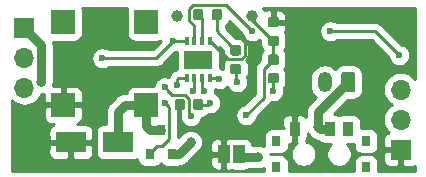
<source format=gbr>
G04 #@! TF.GenerationSoftware,KiCad,Pcbnew,(5.1.4-0)*
G04 #@! TF.CreationDate,2019-09-04T21:36:44-07:00*
G04 #@! TF.ProjectId,pic_beeper,7069635f-6265-4657-9065-722e6b696361,rev?*
G04 #@! TF.SameCoordinates,Original*
G04 #@! TF.FileFunction,Copper,L1,Top*
G04 #@! TF.FilePolarity,Positive*
%FSLAX46Y46*%
G04 Gerber Fmt 4.6, Leading zero omitted, Abs format (unit mm)*
G04 Created by KiCad (PCBNEW (5.1.4-0)) date 2019-09-04 21:36:44*
%MOMM*%
%LPD*%
G04 APERTURE LIST*
%ADD10O,1.700000X1.700000*%
%ADD11R,1.700000X1.700000*%
%ADD12R,2.000000X2.000000*%
%ADD13C,0.100000*%
%ADD14C,0.875000*%
%ADD15R,2.500000X1.800000*%
%ADD16C,1.000000*%
%ADD17C,1.200000*%
%ADD18O,1.200000X1.750000*%
%ADD19R,1.000000X1.500000*%
%ADD20R,0.800000X0.900000*%
%ADD21R,0.900000X1.250000*%
%ADD22R,0.350000X0.650000*%
%ADD23R,2.400000X1.550000*%
%ADD24C,0.600000*%
%ADD25C,0.800000*%
%ADD26C,0.250000*%
%ADD27C,0.800000*%
%ADD28C,0.254000*%
G04 APERTURE END LIST*
D10*
X46355000Y-18415000D03*
X46355000Y-20955000D03*
D11*
X46355000Y-23495000D03*
D12*
X17785001Y-12705001D03*
X24785001Y-12705001D03*
X24785001Y-19705001D03*
X17785001Y-19705001D03*
D13*
G36*
X27875191Y-19211053D02*
G01*
X27896426Y-19214203D01*
X27917250Y-19219419D01*
X27937462Y-19226651D01*
X27956868Y-19235830D01*
X27975281Y-19246866D01*
X27992524Y-19259654D01*
X28008430Y-19274070D01*
X28022846Y-19289976D01*
X28035634Y-19307219D01*
X28046670Y-19325632D01*
X28055849Y-19345038D01*
X28063081Y-19365250D01*
X28068297Y-19386074D01*
X28071447Y-19407309D01*
X28072500Y-19428750D01*
X28072500Y-19941250D01*
X28071447Y-19962691D01*
X28068297Y-19983926D01*
X28063081Y-20004750D01*
X28055849Y-20024962D01*
X28046670Y-20044368D01*
X28035634Y-20062781D01*
X28022846Y-20080024D01*
X28008430Y-20095930D01*
X27992524Y-20110346D01*
X27975281Y-20123134D01*
X27956868Y-20134170D01*
X27937462Y-20143349D01*
X27917250Y-20150581D01*
X27896426Y-20155797D01*
X27875191Y-20158947D01*
X27853750Y-20160000D01*
X27416250Y-20160000D01*
X27394809Y-20158947D01*
X27373574Y-20155797D01*
X27352750Y-20150581D01*
X27332538Y-20143349D01*
X27313132Y-20134170D01*
X27294719Y-20123134D01*
X27277476Y-20110346D01*
X27261570Y-20095930D01*
X27247154Y-20080024D01*
X27234366Y-20062781D01*
X27223330Y-20044368D01*
X27214151Y-20024962D01*
X27206919Y-20004750D01*
X27201703Y-19983926D01*
X27198553Y-19962691D01*
X27197500Y-19941250D01*
X27197500Y-19428750D01*
X27198553Y-19407309D01*
X27201703Y-19386074D01*
X27206919Y-19365250D01*
X27214151Y-19345038D01*
X27223330Y-19325632D01*
X27234366Y-19307219D01*
X27247154Y-19289976D01*
X27261570Y-19274070D01*
X27277476Y-19259654D01*
X27294719Y-19246866D01*
X27313132Y-19235830D01*
X27332538Y-19226651D01*
X27352750Y-19219419D01*
X27373574Y-19214203D01*
X27394809Y-19211053D01*
X27416250Y-19210000D01*
X27853750Y-19210000D01*
X27875191Y-19211053D01*
X27875191Y-19211053D01*
G37*
D14*
X27635000Y-19685000D03*
D13*
G36*
X29450191Y-19211053D02*
G01*
X29471426Y-19214203D01*
X29492250Y-19219419D01*
X29512462Y-19226651D01*
X29531868Y-19235830D01*
X29550281Y-19246866D01*
X29567524Y-19259654D01*
X29583430Y-19274070D01*
X29597846Y-19289976D01*
X29610634Y-19307219D01*
X29621670Y-19325632D01*
X29630849Y-19345038D01*
X29638081Y-19365250D01*
X29643297Y-19386074D01*
X29646447Y-19407309D01*
X29647500Y-19428750D01*
X29647500Y-19941250D01*
X29646447Y-19962691D01*
X29643297Y-19983926D01*
X29638081Y-20004750D01*
X29630849Y-20024962D01*
X29621670Y-20044368D01*
X29610634Y-20062781D01*
X29597846Y-20080024D01*
X29583430Y-20095930D01*
X29567524Y-20110346D01*
X29550281Y-20123134D01*
X29531868Y-20134170D01*
X29512462Y-20143349D01*
X29492250Y-20150581D01*
X29471426Y-20155797D01*
X29450191Y-20158947D01*
X29428750Y-20160000D01*
X28991250Y-20160000D01*
X28969809Y-20158947D01*
X28948574Y-20155797D01*
X28927750Y-20150581D01*
X28907538Y-20143349D01*
X28888132Y-20134170D01*
X28869719Y-20123134D01*
X28852476Y-20110346D01*
X28836570Y-20095930D01*
X28822154Y-20080024D01*
X28809366Y-20062781D01*
X28798330Y-20044368D01*
X28789151Y-20024962D01*
X28781919Y-20004750D01*
X28776703Y-19983926D01*
X28773553Y-19962691D01*
X28772500Y-19941250D01*
X28772500Y-19428750D01*
X28773553Y-19407309D01*
X28776703Y-19386074D01*
X28781919Y-19365250D01*
X28789151Y-19345038D01*
X28798330Y-19325632D01*
X28809366Y-19307219D01*
X28822154Y-19289976D01*
X28836570Y-19274070D01*
X28852476Y-19259654D01*
X28869719Y-19246866D01*
X28888132Y-19235830D01*
X28907538Y-19226651D01*
X28927750Y-19219419D01*
X28948574Y-19214203D01*
X28969809Y-19211053D01*
X28991250Y-19210000D01*
X29428750Y-19210000D01*
X29450191Y-19211053D01*
X29450191Y-19211053D01*
G37*
D14*
X29210000Y-19685000D03*
D15*
X18415000Y-22860000D03*
X22415000Y-22860000D03*
D13*
G36*
X31025191Y-11591053D02*
G01*
X31046426Y-11594203D01*
X31067250Y-11599419D01*
X31087462Y-11606651D01*
X31106868Y-11615830D01*
X31125281Y-11626866D01*
X31142524Y-11639654D01*
X31158430Y-11654070D01*
X31172846Y-11669976D01*
X31185634Y-11687219D01*
X31196670Y-11705632D01*
X31205849Y-11725038D01*
X31213081Y-11745250D01*
X31218297Y-11766074D01*
X31221447Y-11787309D01*
X31222500Y-11808750D01*
X31222500Y-12321250D01*
X31221447Y-12342691D01*
X31218297Y-12363926D01*
X31213081Y-12384750D01*
X31205849Y-12404962D01*
X31196670Y-12424368D01*
X31185634Y-12442781D01*
X31172846Y-12460024D01*
X31158430Y-12475930D01*
X31142524Y-12490346D01*
X31125281Y-12503134D01*
X31106868Y-12514170D01*
X31087462Y-12523349D01*
X31067250Y-12530581D01*
X31046426Y-12535797D01*
X31025191Y-12538947D01*
X31003750Y-12540000D01*
X30566250Y-12540000D01*
X30544809Y-12538947D01*
X30523574Y-12535797D01*
X30502750Y-12530581D01*
X30482538Y-12523349D01*
X30463132Y-12514170D01*
X30444719Y-12503134D01*
X30427476Y-12490346D01*
X30411570Y-12475930D01*
X30397154Y-12460024D01*
X30384366Y-12442781D01*
X30373330Y-12424368D01*
X30364151Y-12404962D01*
X30356919Y-12384750D01*
X30351703Y-12363926D01*
X30348553Y-12342691D01*
X30347500Y-12321250D01*
X30347500Y-11808750D01*
X30348553Y-11787309D01*
X30351703Y-11766074D01*
X30356919Y-11745250D01*
X30364151Y-11725038D01*
X30373330Y-11705632D01*
X30384366Y-11687219D01*
X30397154Y-11669976D01*
X30411570Y-11654070D01*
X30427476Y-11639654D01*
X30444719Y-11626866D01*
X30463132Y-11615830D01*
X30482538Y-11606651D01*
X30502750Y-11599419D01*
X30523574Y-11594203D01*
X30544809Y-11591053D01*
X30566250Y-11590000D01*
X31003750Y-11590000D01*
X31025191Y-11591053D01*
X31025191Y-11591053D01*
G37*
D14*
X30785000Y-12065000D03*
D13*
G36*
X29450191Y-11591053D02*
G01*
X29471426Y-11594203D01*
X29492250Y-11599419D01*
X29512462Y-11606651D01*
X29531868Y-11615830D01*
X29550281Y-11626866D01*
X29567524Y-11639654D01*
X29583430Y-11654070D01*
X29597846Y-11669976D01*
X29610634Y-11687219D01*
X29621670Y-11705632D01*
X29630849Y-11725038D01*
X29638081Y-11745250D01*
X29643297Y-11766074D01*
X29646447Y-11787309D01*
X29647500Y-11808750D01*
X29647500Y-12321250D01*
X29646447Y-12342691D01*
X29643297Y-12363926D01*
X29638081Y-12384750D01*
X29630849Y-12404962D01*
X29621670Y-12424368D01*
X29610634Y-12442781D01*
X29597846Y-12460024D01*
X29583430Y-12475930D01*
X29567524Y-12490346D01*
X29550281Y-12503134D01*
X29531868Y-12514170D01*
X29512462Y-12523349D01*
X29492250Y-12530581D01*
X29471426Y-12535797D01*
X29450191Y-12538947D01*
X29428750Y-12540000D01*
X28991250Y-12540000D01*
X28969809Y-12538947D01*
X28948574Y-12535797D01*
X28927750Y-12530581D01*
X28907538Y-12523349D01*
X28888132Y-12514170D01*
X28869719Y-12503134D01*
X28852476Y-12490346D01*
X28836570Y-12475930D01*
X28822154Y-12460024D01*
X28809366Y-12442781D01*
X28798330Y-12424368D01*
X28789151Y-12404962D01*
X28781919Y-12384750D01*
X28776703Y-12363926D01*
X28773553Y-12342691D01*
X28772500Y-12321250D01*
X28772500Y-11808750D01*
X28773553Y-11787309D01*
X28776703Y-11766074D01*
X28781919Y-11745250D01*
X28789151Y-11725038D01*
X28798330Y-11705632D01*
X28809366Y-11687219D01*
X28822154Y-11669976D01*
X28836570Y-11654070D01*
X28852476Y-11639654D01*
X28869719Y-11626866D01*
X28888132Y-11615830D01*
X28907538Y-11606651D01*
X28927750Y-11599419D01*
X28948574Y-11594203D01*
X28969809Y-11591053D01*
X28991250Y-11590000D01*
X29428750Y-11590000D01*
X29450191Y-11591053D01*
X29450191Y-11591053D01*
G37*
D14*
X29210000Y-12065000D03*
D16*
X33782000Y-12192000D03*
X27432000Y-12192000D03*
D13*
G36*
X42284505Y-16906204D02*
G01*
X42308773Y-16909804D01*
X42332572Y-16915765D01*
X42355671Y-16924030D01*
X42377850Y-16934520D01*
X42398893Y-16947132D01*
X42418599Y-16961747D01*
X42436777Y-16978223D01*
X42453253Y-16996401D01*
X42467868Y-17016107D01*
X42480480Y-17037150D01*
X42490970Y-17059329D01*
X42499235Y-17082428D01*
X42505196Y-17106227D01*
X42508796Y-17130495D01*
X42510000Y-17154999D01*
X42510000Y-18405001D01*
X42508796Y-18429505D01*
X42505196Y-18453773D01*
X42499235Y-18477572D01*
X42490970Y-18500671D01*
X42480480Y-18522850D01*
X42467868Y-18543893D01*
X42453253Y-18563599D01*
X42436777Y-18581777D01*
X42418599Y-18598253D01*
X42398893Y-18612868D01*
X42377850Y-18625480D01*
X42355671Y-18635970D01*
X42332572Y-18644235D01*
X42308773Y-18650196D01*
X42284505Y-18653796D01*
X42260001Y-18655000D01*
X41559999Y-18655000D01*
X41535495Y-18653796D01*
X41511227Y-18650196D01*
X41487428Y-18644235D01*
X41464329Y-18635970D01*
X41442150Y-18625480D01*
X41421107Y-18612868D01*
X41401401Y-18598253D01*
X41383223Y-18581777D01*
X41366747Y-18563599D01*
X41352132Y-18543893D01*
X41339520Y-18522850D01*
X41329030Y-18500671D01*
X41320765Y-18477572D01*
X41314804Y-18453773D01*
X41311204Y-18429505D01*
X41310000Y-18405001D01*
X41310000Y-17154999D01*
X41311204Y-17130495D01*
X41314804Y-17106227D01*
X41320765Y-17082428D01*
X41329030Y-17059329D01*
X41339520Y-17037150D01*
X41352132Y-17016107D01*
X41366747Y-16996401D01*
X41383223Y-16978223D01*
X41401401Y-16961747D01*
X41421107Y-16947132D01*
X41442150Y-16934520D01*
X41464329Y-16924030D01*
X41487428Y-16915765D01*
X41511227Y-16909804D01*
X41535495Y-16906204D01*
X41559999Y-16905000D01*
X42260001Y-16905000D01*
X42284505Y-16906204D01*
X42284505Y-16906204D01*
G37*
D17*
X41910000Y-17780000D03*
D18*
X39910000Y-17780000D03*
D11*
X14478000Y-13208000D03*
D10*
X14478000Y-15748000D03*
X14478000Y-18288000D03*
D19*
X32654000Y-23876000D03*
X31354000Y-23876000D03*
D20*
X25085000Y-23860000D03*
X26985000Y-23860000D03*
X26035000Y-21860000D03*
D13*
G36*
X32662691Y-14651053D02*
G01*
X32683926Y-14654203D01*
X32704750Y-14659419D01*
X32724962Y-14666651D01*
X32744368Y-14675830D01*
X32762781Y-14686866D01*
X32780024Y-14699654D01*
X32795930Y-14714070D01*
X32810346Y-14729976D01*
X32823134Y-14747219D01*
X32834170Y-14765632D01*
X32843349Y-14785038D01*
X32850581Y-14805250D01*
X32855797Y-14826074D01*
X32858947Y-14847309D01*
X32860000Y-14868750D01*
X32860000Y-15306250D01*
X32858947Y-15327691D01*
X32855797Y-15348926D01*
X32850581Y-15369750D01*
X32843349Y-15389962D01*
X32834170Y-15409368D01*
X32823134Y-15427781D01*
X32810346Y-15445024D01*
X32795930Y-15460930D01*
X32780024Y-15475346D01*
X32762781Y-15488134D01*
X32744368Y-15499170D01*
X32724962Y-15508349D01*
X32704750Y-15515581D01*
X32683926Y-15520797D01*
X32662691Y-15523947D01*
X32641250Y-15525000D01*
X32128750Y-15525000D01*
X32107309Y-15523947D01*
X32086074Y-15520797D01*
X32065250Y-15515581D01*
X32045038Y-15508349D01*
X32025632Y-15499170D01*
X32007219Y-15488134D01*
X31989976Y-15475346D01*
X31974070Y-15460930D01*
X31959654Y-15445024D01*
X31946866Y-15427781D01*
X31935830Y-15409368D01*
X31926651Y-15389962D01*
X31919419Y-15369750D01*
X31914203Y-15348926D01*
X31911053Y-15327691D01*
X31910000Y-15306250D01*
X31910000Y-14868750D01*
X31911053Y-14847309D01*
X31914203Y-14826074D01*
X31919419Y-14805250D01*
X31926651Y-14785038D01*
X31935830Y-14765632D01*
X31946866Y-14747219D01*
X31959654Y-14729976D01*
X31974070Y-14714070D01*
X31989976Y-14699654D01*
X32007219Y-14686866D01*
X32025632Y-14675830D01*
X32045038Y-14666651D01*
X32065250Y-14659419D01*
X32086074Y-14654203D01*
X32107309Y-14651053D01*
X32128750Y-14650000D01*
X32641250Y-14650000D01*
X32662691Y-14651053D01*
X32662691Y-14651053D01*
G37*
D14*
X32385000Y-15087500D03*
D13*
G36*
X32662691Y-16226053D02*
G01*
X32683926Y-16229203D01*
X32704750Y-16234419D01*
X32724962Y-16241651D01*
X32744368Y-16250830D01*
X32762781Y-16261866D01*
X32780024Y-16274654D01*
X32795930Y-16289070D01*
X32810346Y-16304976D01*
X32823134Y-16322219D01*
X32834170Y-16340632D01*
X32843349Y-16360038D01*
X32850581Y-16380250D01*
X32855797Y-16401074D01*
X32858947Y-16422309D01*
X32860000Y-16443750D01*
X32860000Y-16881250D01*
X32858947Y-16902691D01*
X32855797Y-16923926D01*
X32850581Y-16944750D01*
X32843349Y-16964962D01*
X32834170Y-16984368D01*
X32823134Y-17002781D01*
X32810346Y-17020024D01*
X32795930Y-17035930D01*
X32780024Y-17050346D01*
X32762781Y-17063134D01*
X32744368Y-17074170D01*
X32724962Y-17083349D01*
X32704750Y-17090581D01*
X32683926Y-17095797D01*
X32662691Y-17098947D01*
X32641250Y-17100000D01*
X32128750Y-17100000D01*
X32107309Y-17098947D01*
X32086074Y-17095797D01*
X32065250Y-17090581D01*
X32045038Y-17083349D01*
X32025632Y-17074170D01*
X32007219Y-17063134D01*
X31989976Y-17050346D01*
X31974070Y-17035930D01*
X31959654Y-17020024D01*
X31946866Y-17002781D01*
X31935830Y-16984368D01*
X31926651Y-16964962D01*
X31919419Y-16944750D01*
X31914203Y-16923926D01*
X31911053Y-16902691D01*
X31910000Y-16881250D01*
X31910000Y-16443750D01*
X31911053Y-16422309D01*
X31914203Y-16401074D01*
X31919419Y-16380250D01*
X31926651Y-16360038D01*
X31935830Y-16340632D01*
X31946866Y-16322219D01*
X31959654Y-16304976D01*
X31974070Y-16289070D01*
X31989976Y-16274654D01*
X32007219Y-16261866D01*
X32025632Y-16250830D01*
X32045038Y-16241651D01*
X32065250Y-16234419D01*
X32086074Y-16229203D01*
X32107309Y-16226053D01*
X32128750Y-16225000D01*
X32641250Y-16225000D01*
X32662691Y-16226053D01*
X32662691Y-16226053D01*
G37*
D14*
X32385000Y-16662500D03*
D13*
G36*
X35837691Y-13838553D02*
G01*
X35858926Y-13841703D01*
X35879750Y-13846919D01*
X35899962Y-13854151D01*
X35919368Y-13863330D01*
X35937781Y-13874366D01*
X35955024Y-13887154D01*
X35970930Y-13901570D01*
X35985346Y-13917476D01*
X35998134Y-13934719D01*
X36009170Y-13953132D01*
X36018349Y-13972538D01*
X36025581Y-13992750D01*
X36030797Y-14013574D01*
X36033947Y-14034809D01*
X36035000Y-14056250D01*
X36035000Y-14493750D01*
X36033947Y-14515191D01*
X36030797Y-14536426D01*
X36025581Y-14557250D01*
X36018349Y-14577462D01*
X36009170Y-14596868D01*
X35998134Y-14615281D01*
X35985346Y-14632524D01*
X35970930Y-14648430D01*
X35955024Y-14662846D01*
X35937781Y-14675634D01*
X35919368Y-14686670D01*
X35899962Y-14695849D01*
X35879750Y-14703081D01*
X35858926Y-14708297D01*
X35837691Y-14711447D01*
X35816250Y-14712500D01*
X35303750Y-14712500D01*
X35282309Y-14711447D01*
X35261074Y-14708297D01*
X35240250Y-14703081D01*
X35220038Y-14695849D01*
X35200632Y-14686670D01*
X35182219Y-14675634D01*
X35164976Y-14662846D01*
X35149070Y-14648430D01*
X35134654Y-14632524D01*
X35121866Y-14615281D01*
X35110830Y-14596868D01*
X35101651Y-14577462D01*
X35094419Y-14557250D01*
X35089203Y-14536426D01*
X35086053Y-14515191D01*
X35085000Y-14493750D01*
X35085000Y-14056250D01*
X35086053Y-14034809D01*
X35089203Y-14013574D01*
X35094419Y-13992750D01*
X35101651Y-13972538D01*
X35110830Y-13953132D01*
X35121866Y-13934719D01*
X35134654Y-13917476D01*
X35149070Y-13901570D01*
X35164976Y-13887154D01*
X35182219Y-13874366D01*
X35200632Y-13863330D01*
X35220038Y-13854151D01*
X35240250Y-13846919D01*
X35261074Y-13841703D01*
X35282309Y-13838553D01*
X35303750Y-13837500D01*
X35816250Y-13837500D01*
X35837691Y-13838553D01*
X35837691Y-13838553D01*
G37*
D14*
X35560000Y-14275000D03*
D13*
G36*
X35837691Y-12263553D02*
G01*
X35858926Y-12266703D01*
X35879750Y-12271919D01*
X35899962Y-12279151D01*
X35919368Y-12288330D01*
X35937781Y-12299366D01*
X35955024Y-12312154D01*
X35970930Y-12326570D01*
X35985346Y-12342476D01*
X35998134Y-12359719D01*
X36009170Y-12378132D01*
X36018349Y-12397538D01*
X36025581Y-12417750D01*
X36030797Y-12438574D01*
X36033947Y-12459809D01*
X36035000Y-12481250D01*
X36035000Y-12918750D01*
X36033947Y-12940191D01*
X36030797Y-12961426D01*
X36025581Y-12982250D01*
X36018349Y-13002462D01*
X36009170Y-13021868D01*
X35998134Y-13040281D01*
X35985346Y-13057524D01*
X35970930Y-13073430D01*
X35955024Y-13087846D01*
X35937781Y-13100634D01*
X35919368Y-13111670D01*
X35899962Y-13120849D01*
X35879750Y-13128081D01*
X35858926Y-13133297D01*
X35837691Y-13136447D01*
X35816250Y-13137500D01*
X35303750Y-13137500D01*
X35282309Y-13136447D01*
X35261074Y-13133297D01*
X35240250Y-13128081D01*
X35220038Y-13120849D01*
X35200632Y-13111670D01*
X35182219Y-13100634D01*
X35164976Y-13087846D01*
X35149070Y-13073430D01*
X35134654Y-13057524D01*
X35121866Y-13040281D01*
X35110830Y-13021868D01*
X35101651Y-13002462D01*
X35094419Y-12982250D01*
X35089203Y-12961426D01*
X35086053Y-12940191D01*
X35085000Y-12918750D01*
X35085000Y-12481250D01*
X35086053Y-12459809D01*
X35089203Y-12438574D01*
X35094419Y-12417750D01*
X35101651Y-12397538D01*
X35110830Y-12378132D01*
X35121866Y-12359719D01*
X35134654Y-12342476D01*
X35149070Y-12326570D01*
X35164976Y-12312154D01*
X35182219Y-12299366D01*
X35200632Y-12288330D01*
X35220038Y-12279151D01*
X35240250Y-12271919D01*
X35261074Y-12266703D01*
X35282309Y-12263553D01*
X35303750Y-12262500D01*
X35816250Y-12262500D01*
X35837691Y-12263553D01*
X35837691Y-12263553D01*
G37*
D14*
X35560000Y-12700000D03*
D13*
G36*
X35837691Y-15438553D02*
G01*
X35858926Y-15441703D01*
X35879750Y-15446919D01*
X35899962Y-15454151D01*
X35919368Y-15463330D01*
X35937781Y-15474366D01*
X35955024Y-15487154D01*
X35970930Y-15501570D01*
X35985346Y-15517476D01*
X35998134Y-15534719D01*
X36009170Y-15553132D01*
X36018349Y-15572538D01*
X36025581Y-15592750D01*
X36030797Y-15613574D01*
X36033947Y-15634809D01*
X36035000Y-15656250D01*
X36035000Y-16093750D01*
X36033947Y-16115191D01*
X36030797Y-16136426D01*
X36025581Y-16157250D01*
X36018349Y-16177462D01*
X36009170Y-16196868D01*
X35998134Y-16215281D01*
X35985346Y-16232524D01*
X35970930Y-16248430D01*
X35955024Y-16262846D01*
X35937781Y-16275634D01*
X35919368Y-16286670D01*
X35899962Y-16295849D01*
X35879750Y-16303081D01*
X35858926Y-16308297D01*
X35837691Y-16311447D01*
X35816250Y-16312500D01*
X35303750Y-16312500D01*
X35282309Y-16311447D01*
X35261074Y-16308297D01*
X35240250Y-16303081D01*
X35220038Y-16295849D01*
X35200632Y-16286670D01*
X35182219Y-16275634D01*
X35164976Y-16262846D01*
X35149070Y-16248430D01*
X35134654Y-16232524D01*
X35121866Y-16215281D01*
X35110830Y-16196868D01*
X35101651Y-16177462D01*
X35094419Y-16157250D01*
X35089203Y-16136426D01*
X35086053Y-16115191D01*
X35085000Y-16093750D01*
X35085000Y-15656250D01*
X35086053Y-15634809D01*
X35089203Y-15613574D01*
X35094419Y-15592750D01*
X35101651Y-15572538D01*
X35110830Y-15553132D01*
X35121866Y-15534719D01*
X35134654Y-15517476D01*
X35149070Y-15501570D01*
X35164976Y-15487154D01*
X35182219Y-15474366D01*
X35200632Y-15463330D01*
X35220038Y-15454151D01*
X35240250Y-15446919D01*
X35261074Y-15441703D01*
X35282309Y-15438553D01*
X35303750Y-15437500D01*
X35816250Y-15437500D01*
X35837691Y-15438553D01*
X35837691Y-15438553D01*
G37*
D14*
X35560000Y-15875000D03*
D13*
G36*
X35837691Y-17013553D02*
G01*
X35858926Y-17016703D01*
X35879750Y-17021919D01*
X35899962Y-17029151D01*
X35919368Y-17038330D01*
X35937781Y-17049366D01*
X35955024Y-17062154D01*
X35970930Y-17076570D01*
X35985346Y-17092476D01*
X35998134Y-17109719D01*
X36009170Y-17128132D01*
X36018349Y-17147538D01*
X36025581Y-17167750D01*
X36030797Y-17188574D01*
X36033947Y-17209809D01*
X36035000Y-17231250D01*
X36035000Y-17668750D01*
X36033947Y-17690191D01*
X36030797Y-17711426D01*
X36025581Y-17732250D01*
X36018349Y-17752462D01*
X36009170Y-17771868D01*
X35998134Y-17790281D01*
X35985346Y-17807524D01*
X35970930Y-17823430D01*
X35955024Y-17837846D01*
X35937781Y-17850634D01*
X35919368Y-17861670D01*
X35899962Y-17870849D01*
X35879750Y-17878081D01*
X35858926Y-17883297D01*
X35837691Y-17886447D01*
X35816250Y-17887500D01*
X35303750Y-17887500D01*
X35282309Y-17886447D01*
X35261074Y-17883297D01*
X35240250Y-17878081D01*
X35220038Y-17870849D01*
X35200632Y-17861670D01*
X35182219Y-17850634D01*
X35164976Y-17837846D01*
X35149070Y-17823430D01*
X35134654Y-17807524D01*
X35121866Y-17790281D01*
X35110830Y-17771868D01*
X35101651Y-17752462D01*
X35094419Y-17732250D01*
X35089203Y-17711426D01*
X35086053Y-17690191D01*
X35085000Y-17668750D01*
X35085000Y-17231250D01*
X35086053Y-17209809D01*
X35089203Y-17188574D01*
X35094419Y-17167750D01*
X35101651Y-17147538D01*
X35110830Y-17128132D01*
X35121866Y-17109719D01*
X35134654Y-17092476D01*
X35149070Y-17076570D01*
X35164976Y-17062154D01*
X35182219Y-17049366D01*
X35200632Y-17038330D01*
X35220038Y-17029151D01*
X35240250Y-17021919D01*
X35261074Y-17016703D01*
X35282309Y-17013553D01*
X35303750Y-17012500D01*
X35816250Y-17012500D01*
X35837691Y-17013553D01*
X35837691Y-17013553D01*
G37*
D14*
X35560000Y-17450000D03*
D21*
X41874000Y-21751000D03*
X40374000Y-21751000D03*
X37374000Y-21751000D03*
D20*
X35824000Y-24976000D03*
X43424000Y-24976000D03*
X35824000Y-22776000D03*
X43424000Y-22776000D03*
D22*
X30185000Y-14325000D03*
X29535000Y-14325000D03*
X28885000Y-14325000D03*
X28235000Y-14325000D03*
X28235000Y-17425000D03*
X28885000Y-17425000D03*
X29535000Y-17425000D03*
X30185000Y-17425000D03*
D23*
X29210000Y-15875000D03*
D24*
X32512000Y-17780000D03*
X30988000Y-17526000D03*
X30226000Y-19558000D03*
X35560000Y-18542000D03*
D25*
X28575000Y-22860000D03*
D24*
X26416000Y-19558000D03*
X27432000Y-18034000D03*
D25*
X32512000Y-13716000D03*
D24*
X28581035Y-20664239D03*
X27077000Y-14325000D03*
X21082000Y-15748000D03*
X26355051Y-18227051D03*
X33274000Y-20574000D03*
X29718000Y-18542000D03*
X28740013Y-18542000D03*
X40386000Y-13462000D03*
X46228000Y-15494000D03*
X33783410Y-13462000D03*
D25*
X15875000Y-17780000D03*
X34290000Y-24130000D03*
X39370000Y-21590000D03*
D26*
X32385000Y-17653000D02*
X32512000Y-17780000D01*
X32385000Y-16662500D02*
X32385000Y-17653000D01*
X30887000Y-17425000D02*
X30988000Y-17526000D01*
X30185000Y-17425000D02*
X30887000Y-17425000D01*
X30099000Y-19685000D02*
X30226000Y-19558000D01*
X29210000Y-19685000D02*
X30099000Y-19685000D01*
X35560000Y-17450000D02*
X35560000Y-18542000D01*
D27*
X27575000Y-23860000D02*
X28575000Y-22860000D01*
X26985000Y-23860000D02*
X27575000Y-23860000D01*
D26*
X26760001Y-19902001D02*
X26416000Y-19558000D01*
X25085000Y-23810000D02*
X25735000Y-23160000D01*
X26760001Y-22570001D02*
X26760001Y-19902001D01*
X26170002Y-23160000D02*
X26760001Y-22570001D01*
X25735000Y-23160000D02*
X26170002Y-23160000D01*
X25085000Y-23860000D02*
X25085000Y-23810000D01*
X27432000Y-18034000D02*
X27432000Y-17526000D01*
X27533000Y-17425000D02*
X28235000Y-17425000D01*
X27432000Y-17526000D02*
X27533000Y-17425000D01*
X32911999Y-14115999D02*
X32512000Y-13716000D01*
X33185010Y-14389010D02*
X32911999Y-14115999D01*
X33185010Y-15531484D02*
X33185010Y-14389010D01*
X32866484Y-15850010D02*
X33185010Y-15531484D01*
X31710010Y-15850010D02*
X32866484Y-15850010D01*
X30185000Y-14325000D02*
X31710010Y-15850010D01*
X27077000Y-14325000D02*
X28235000Y-14325000D01*
X33782000Y-12497000D02*
X33782000Y-12192000D01*
X35560000Y-14275000D02*
X33782000Y-12497000D01*
X35560000Y-14275000D02*
X35560000Y-15875000D01*
X35560000Y-15875000D02*
X34759990Y-16675010D01*
X27077000Y-14325000D02*
X25654000Y-15748000D01*
X25654000Y-15748000D02*
X21082000Y-15748000D01*
X28581035Y-20664239D02*
X28397510Y-20480714D01*
X27012990Y-18884990D02*
X26655050Y-18527050D01*
X28397510Y-20480714D02*
X28397510Y-19203516D01*
X28397510Y-19203516D02*
X28078984Y-18884990D01*
X28078984Y-18884990D02*
X27012990Y-18884990D01*
X26655050Y-18527050D02*
X26355051Y-18227051D01*
X34759990Y-19088010D02*
X34759990Y-16675010D01*
X33274000Y-20574000D02*
X34759990Y-19088010D01*
X29535000Y-18359000D02*
X29718000Y-18542000D01*
X29535000Y-17425000D02*
X29535000Y-18359000D01*
X28885000Y-18397013D02*
X28740013Y-18542000D01*
X28885000Y-17425000D02*
X28885000Y-18397013D01*
D27*
X22415000Y-20275002D02*
X22415000Y-22860000D01*
X22985001Y-19705001D02*
X22415000Y-20275002D01*
X24785001Y-19705001D02*
X22985001Y-19705001D01*
X25140000Y-21860000D02*
X24785001Y-21505001D01*
X24785001Y-21505001D02*
X24785001Y-19705001D01*
X26035000Y-21860000D02*
X25140000Y-21860000D01*
D26*
X30785000Y-13487500D02*
X31923388Y-14625888D01*
X30785000Y-12065000D02*
X30785000Y-13487500D01*
X31923388Y-14625888D02*
X32385000Y-15087500D01*
X29535000Y-12390000D02*
X29535000Y-14325000D01*
X29210000Y-12065000D02*
X29535000Y-12390000D01*
X44196000Y-13462000D02*
X46228000Y-15494000D01*
X40386000Y-13462000D02*
X44196000Y-13462000D01*
X28885000Y-12983994D02*
X28885000Y-14325000D01*
X28447490Y-12546484D02*
X28885000Y-12983994D01*
X28447490Y-11583516D02*
X28447490Y-12546484D01*
X28766016Y-11264990D02*
X28447490Y-11583516D01*
X31586400Y-11264990D02*
X28766016Y-11264990D01*
X33783410Y-13462000D02*
X31586400Y-11264990D01*
D27*
X39531000Y-21751000D02*
X39370000Y-21590000D01*
X40374000Y-21751000D02*
X39531000Y-21751000D01*
X39370000Y-20320000D02*
X41910000Y-17780000D01*
X39370000Y-21590000D02*
X39370000Y-20320000D01*
X15928001Y-17726999D02*
X15875000Y-17780000D01*
X15928001Y-14658001D02*
X15928001Y-17726999D01*
X14478000Y-13208000D02*
X15928001Y-14658001D01*
X32908000Y-24130000D02*
X32654000Y-23876000D01*
X34290000Y-24130000D02*
X32908000Y-24130000D01*
D28*
G36*
X23159189Y-11580519D02*
G01*
X23146929Y-11705001D01*
X23146929Y-13705001D01*
X23159189Y-13829483D01*
X23195499Y-13949181D01*
X23254464Y-14059495D01*
X23333816Y-14156186D01*
X23430507Y-14235538D01*
X23540821Y-14294503D01*
X23660519Y-14330813D01*
X23785001Y-14343073D01*
X25785001Y-14343073D01*
X25909483Y-14330813D01*
X26029181Y-14294503D01*
X26036731Y-14290467D01*
X25339199Y-14988000D01*
X21627535Y-14988000D01*
X21524889Y-14919414D01*
X21354729Y-14848932D01*
X21174089Y-14813000D01*
X20989911Y-14813000D01*
X20809271Y-14848932D01*
X20639111Y-14919414D01*
X20485972Y-15021738D01*
X20355738Y-15151972D01*
X20253414Y-15305111D01*
X20182932Y-15475271D01*
X20147000Y-15655911D01*
X20147000Y-15840089D01*
X20182932Y-16020729D01*
X20253414Y-16190889D01*
X20355738Y-16344028D01*
X20485972Y-16474262D01*
X20639111Y-16576586D01*
X20809271Y-16647068D01*
X20989911Y-16683000D01*
X21174089Y-16683000D01*
X21354729Y-16647068D01*
X21524889Y-16576586D01*
X21627535Y-16508000D01*
X25616678Y-16508000D01*
X25654000Y-16511676D01*
X25691322Y-16508000D01*
X25691333Y-16508000D01*
X25802986Y-16497003D01*
X25946247Y-16453546D01*
X26078276Y-16382974D01*
X26194001Y-16288001D01*
X26217804Y-16258997D01*
X27228649Y-15248153D01*
X27349729Y-15224068D01*
X27371928Y-15214873D01*
X27371928Y-16650000D01*
X27374765Y-16678803D01*
X27240753Y-16719454D01*
X27108724Y-16790026D01*
X26992999Y-16884999D01*
X26969196Y-16914003D01*
X26920998Y-16962201D01*
X26892000Y-16985999D01*
X26797026Y-17101724D01*
X26726454Y-17233753D01*
X26690047Y-17353774D01*
X26627780Y-17327983D01*
X26447140Y-17292051D01*
X26262962Y-17292051D01*
X26082322Y-17327983D01*
X25912162Y-17398465D01*
X25759023Y-17500789D01*
X25628789Y-17631023D01*
X25526465Y-17784162D01*
X25455983Y-17954322D01*
X25433584Y-18066929D01*
X23785001Y-18066929D01*
X23660519Y-18079189D01*
X23540821Y-18115499D01*
X23430507Y-18174464D01*
X23333816Y-18253816D01*
X23254464Y-18350507D01*
X23195499Y-18460821D01*
X23159189Y-18580519D01*
X23150376Y-18670001D01*
X23035828Y-18670001D01*
X22985000Y-18664995D01*
X22934172Y-18670001D01*
X22934163Y-18670001D01*
X22782106Y-18684977D01*
X22587008Y-18744160D01*
X22407204Y-18840267D01*
X22249605Y-18969605D01*
X22217194Y-19009098D01*
X21719097Y-19507195D01*
X21679604Y-19539606D01*
X21550266Y-19697205D01*
X21454159Y-19877010D01*
X21394976Y-20072108D01*
X21380000Y-20224165D01*
X21380000Y-20224174D01*
X21374994Y-20275002D01*
X21380000Y-20325830D01*
X21380000Y-21321928D01*
X21165000Y-21321928D01*
X21040518Y-21334188D01*
X20920820Y-21370498D01*
X20810506Y-21429463D01*
X20713815Y-21508815D01*
X20634463Y-21605506D01*
X20575498Y-21715820D01*
X20539188Y-21835518D01*
X20526928Y-21960000D01*
X20526928Y-23760000D01*
X20539188Y-23884482D01*
X20575498Y-24004180D01*
X20634463Y-24114494D01*
X20713815Y-24211185D01*
X20810506Y-24290537D01*
X20920820Y-24349502D01*
X21040518Y-24385812D01*
X21165000Y-24398072D01*
X23665000Y-24398072D01*
X23789482Y-24385812D01*
X23909180Y-24349502D01*
X24019494Y-24290537D01*
X24046928Y-24268023D01*
X24046928Y-24310000D01*
X24059188Y-24434482D01*
X24095498Y-24554180D01*
X24154463Y-24664494D01*
X24233815Y-24761185D01*
X24330506Y-24840537D01*
X24440820Y-24899502D01*
X24560518Y-24935812D01*
X24685000Y-24948072D01*
X25485000Y-24948072D01*
X25609482Y-24935812D01*
X25729180Y-24899502D01*
X25839494Y-24840537D01*
X25936185Y-24761185D01*
X26015537Y-24664494D01*
X26035000Y-24628082D01*
X26054463Y-24664494D01*
X26133815Y-24761185D01*
X26230506Y-24840537D01*
X26340820Y-24899502D01*
X26460518Y-24935812D01*
X26585000Y-24948072D01*
X27385000Y-24948072D01*
X27509482Y-24935812D01*
X27629180Y-24899502D01*
X27640260Y-24893580D01*
X27777895Y-24880024D01*
X27972993Y-24820841D01*
X28152797Y-24724734D01*
X28273104Y-24626000D01*
X30215928Y-24626000D01*
X30228188Y-24750482D01*
X30264498Y-24870180D01*
X30323463Y-24980494D01*
X30402815Y-25077185D01*
X30499506Y-25156537D01*
X30609820Y-25215502D01*
X30729518Y-25251812D01*
X30854000Y-25264072D01*
X31068250Y-25261000D01*
X31227000Y-25102250D01*
X31227000Y-24003000D01*
X30377750Y-24003000D01*
X30219000Y-24161750D01*
X30215928Y-24626000D01*
X28273104Y-24626000D01*
X28310396Y-24595396D01*
X28342807Y-24555903D01*
X29342803Y-23555908D01*
X29378937Y-23519774D01*
X29407325Y-23477288D01*
X29439734Y-23437798D01*
X29463817Y-23392742D01*
X29492205Y-23350256D01*
X29511760Y-23303047D01*
X29535841Y-23257994D01*
X29550669Y-23209113D01*
X29570226Y-23161898D01*
X29577366Y-23126000D01*
X30215928Y-23126000D01*
X30219000Y-23590250D01*
X30377750Y-23749000D01*
X31227000Y-23749000D01*
X31227000Y-22649750D01*
X31068250Y-22491000D01*
X30854000Y-22487928D01*
X30729518Y-22500188D01*
X30609820Y-22536498D01*
X30499506Y-22595463D01*
X30402815Y-22674815D01*
X30323463Y-22771506D01*
X30264498Y-22881820D01*
X30228188Y-23001518D01*
X30215928Y-23126000D01*
X29577366Y-23126000D01*
X29580197Y-23111771D01*
X29595023Y-23062895D01*
X29600030Y-23012064D01*
X29610000Y-22961939D01*
X29610000Y-22910835D01*
X29615007Y-22860000D01*
X29610000Y-22809165D01*
X29610000Y-22758061D01*
X29600030Y-22707936D01*
X29595023Y-22657105D01*
X29580197Y-22608230D01*
X29570226Y-22558102D01*
X29550668Y-22510885D01*
X29535841Y-22462007D01*
X29511762Y-22416958D01*
X29492205Y-22369744D01*
X29463814Y-22327254D01*
X29439734Y-22282203D01*
X29407328Y-22242716D01*
X29378937Y-22200226D01*
X29342803Y-22164092D01*
X29310396Y-22124604D01*
X29270908Y-22092197D01*
X29234774Y-22056063D01*
X29192284Y-22027672D01*
X29152797Y-21995266D01*
X29107746Y-21971186D01*
X29065256Y-21942795D01*
X29018042Y-21923238D01*
X28972993Y-21899159D01*
X28924115Y-21884332D01*
X28876898Y-21864774D01*
X28826770Y-21854803D01*
X28777895Y-21839977D01*
X28727064Y-21834970D01*
X28676939Y-21825000D01*
X28625835Y-21825000D01*
X28575000Y-21819993D01*
X28524165Y-21825000D01*
X28473061Y-21825000D01*
X28422936Y-21834970D01*
X28372105Y-21839977D01*
X28323229Y-21854803D01*
X28273102Y-21864774D01*
X28225887Y-21884331D01*
X28177006Y-21899159D01*
X28131953Y-21923240D01*
X28084744Y-21942795D01*
X28042258Y-21971183D01*
X27997202Y-21995266D01*
X27957712Y-22027675D01*
X27915226Y-22056063D01*
X27520001Y-22451288D01*
X27520001Y-19939324D01*
X27523677Y-19902001D01*
X27520001Y-19864678D01*
X27520001Y-19864668D01*
X27509004Y-19753015D01*
X27488000Y-19683772D01*
X27488000Y-19644990D01*
X27637511Y-19644990D01*
X27637510Y-20443391D01*
X27633834Y-20480714D01*
X27637510Y-20518036D01*
X27637510Y-20518046D01*
X27646035Y-20604601D01*
X27646035Y-20756328D01*
X27681967Y-20936968D01*
X27752449Y-21107128D01*
X27854773Y-21260267D01*
X27985007Y-21390501D01*
X28138146Y-21492825D01*
X28308306Y-21563307D01*
X28488946Y-21599239D01*
X28673124Y-21599239D01*
X28853764Y-21563307D01*
X29023924Y-21492825D01*
X29177063Y-21390501D01*
X29307297Y-21260267D01*
X29409621Y-21107128D01*
X29480103Y-20936968D01*
X29509310Y-20790137D01*
X29595908Y-20781608D01*
X29756642Y-20732850D01*
X29904775Y-20653671D01*
X30034615Y-20547115D01*
X30086728Y-20483615D01*
X30133911Y-20493000D01*
X30318089Y-20493000D01*
X30498729Y-20457068D01*
X30668889Y-20386586D01*
X30822028Y-20284262D01*
X30952262Y-20154028D01*
X31054586Y-20000889D01*
X31125068Y-19830729D01*
X31161000Y-19650089D01*
X31161000Y-19465911D01*
X31125068Y-19285271D01*
X31054586Y-19115111D01*
X30952262Y-18961972D01*
X30822028Y-18831738D01*
X30668889Y-18729414D01*
X30636691Y-18716077D01*
X30653000Y-18634089D01*
X30653000Y-18449911D01*
X30642023Y-18394728D01*
X30715271Y-18425068D01*
X30895911Y-18461000D01*
X31080089Y-18461000D01*
X31260729Y-18425068D01*
X31430889Y-18354586D01*
X31584028Y-18252262D01*
X31662908Y-18173382D01*
X31683414Y-18222889D01*
X31785738Y-18376028D01*
X31915972Y-18506262D01*
X32069111Y-18608586D01*
X32239271Y-18679068D01*
X32419911Y-18715000D01*
X32604089Y-18715000D01*
X32784729Y-18679068D01*
X32954889Y-18608586D01*
X33108028Y-18506262D01*
X33238262Y-18376028D01*
X33340586Y-18222889D01*
X33411068Y-18052729D01*
X33447000Y-17872089D01*
X33447000Y-17687911D01*
X33411068Y-17507271D01*
X33350526Y-17361108D01*
X33353671Y-17357275D01*
X33432850Y-17209142D01*
X33481608Y-17048408D01*
X33498072Y-16881250D01*
X33498072Y-16443750D01*
X33481608Y-16276592D01*
X33432850Y-16115858D01*
X33353671Y-15967725D01*
X33277574Y-15875000D01*
X33353671Y-15782275D01*
X33432850Y-15634142D01*
X33481608Y-15473408D01*
X33498072Y-15306250D01*
X33498072Y-14868750D01*
X33481608Y-14701592D01*
X33432850Y-14540858D01*
X33353671Y-14392725D01*
X33247115Y-14262885D01*
X33117275Y-14156329D01*
X32969142Y-14077150D01*
X32808408Y-14028392D01*
X32641250Y-14011928D01*
X32384230Y-14011928D01*
X31545000Y-13172699D01*
X31545000Y-12980143D01*
X31609615Y-12927115D01*
X31716171Y-12797275D01*
X31795350Y-12649142D01*
X31818718Y-12572109D01*
X32860257Y-13613649D01*
X32884342Y-13734729D01*
X32954824Y-13904889D01*
X33057148Y-14058028D01*
X33187382Y-14188262D01*
X33340521Y-14290586D01*
X33510681Y-14361068D01*
X33691321Y-14397000D01*
X33875499Y-14397000D01*
X34056139Y-14361068D01*
X34226299Y-14290586D01*
X34379438Y-14188262D01*
X34388949Y-14178751D01*
X34446928Y-14236730D01*
X34446928Y-14493750D01*
X34463392Y-14660908D01*
X34512150Y-14821642D01*
X34591329Y-14969775D01*
X34677684Y-15075000D01*
X34591329Y-15180225D01*
X34512150Y-15328358D01*
X34463392Y-15489092D01*
X34446928Y-15656250D01*
X34446928Y-15913271D01*
X34248988Y-16111211D01*
X34219990Y-16135009D01*
X34196192Y-16164007D01*
X34196191Y-16164008D01*
X34125016Y-16250734D01*
X34054444Y-16382764D01*
X34030431Y-16461928D01*
X34014783Y-16513515D01*
X34010988Y-16526025D01*
X33996314Y-16675010D01*
X33999991Y-16712342D01*
X33999990Y-18773208D01*
X33122351Y-19650847D01*
X33001271Y-19674932D01*
X32831111Y-19745414D01*
X32677972Y-19847738D01*
X32547738Y-19977972D01*
X32445414Y-20131111D01*
X32374932Y-20301271D01*
X32339000Y-20481911D01*
X32339000Y-20666089D01*
X32374932Y-20846729D01*
X32445414Y-21016889D01*
X32547738Y-21170028D01*
X32677972Y-21300262D01*
X32831111Y-21402586D01*
X33001271Y-21473068D01*
X33181911Y-21509000D01*
X33366089Y-21509000D01*
X33546729Y-21473068D01*
X33716889Y-21402586D01*
X33870028Y-21300262D01*
X34000262Y-21170028D01*
X34102586Y-21016889D01*
X34173068Y-20846729D01*
X34197153Y-20725649D01*
X35270994Y-19651808D01*
X35299991Y-19628011D01*
X35394964Y-19512286D01*
X35419023Y-19467275D01*
X35467911Y-19477000D01*
X35652089Y-19477000D01*
X35832729Y-19441068D01*
X36002889Y-19370586D01*
X36156028Y-19268262D01*
X36286262Y-19138028D01*
X36388586Y-18984889D01*
X36459068Y-18814729D01*
X36495000Y-18634089D01*
X36495000Y-18449911D01*
X36459068Y-18269271D01*
X36448144Y-18242898D01*
X36528671Y-18144775D01*
X36607850Y-17996642D01*
X36656608Y-17835908D01*
X36673072Y-17668750D01*
X36673072Y-17231250D01*
X36656608Y-17064092D01*
X36607850Y-16903358D01*
X36528671Y-16755225D01*
X36452574Y-16662500D01*
X36528671Y-16569775D01*
X36607850Y-16421642D01*
X36656608Y-16260908D01*
X36673072Y-16093750D01*
X36673072Y-15656250D01*
X36656608Y-15489092D01*
X36607850Y-15328358D01*
X36528671Y-15180225D01*
X36442316Y-15075000D01*
X36528671Y-14969775D01*
X36607850Y-14821642D01*
X36656608Y-14660908D01*
X36673072Y-14493750D01*
X36673072Y-14056250D01*
X36656608Y-13889092D01*
X36607850Y-13728358D01*
X36528671Y-13580225D01*
X36510900Y-13558570D01*
X36565537Y-13491994D01*
X36624502Y-13381680D01*
X36628072Y-13369911D01*
X39451000Y-13369911D01*
X39451000Y-13554089D01*
X39486932Y-13734729D01*
X39557414Y-13904889D01*
X39659738Y-14058028D01*
X39789972Y-14188262D01*
X39943111Y-14290586D01*
X40113271Y-14361068D01*
X40293911Y-14397000D01*
X40478089Y-14397000D01*
X40658729Y-14361068D01*
X40828889Y-14290586D01*
X40931535Y-14222000D01*
X43881199Y-14222000D01*
X45304847Y-15645649D01*
X45328932Y-15766729D01*
X45399414Y-15936889D01*
X45501738Y-16090028D01*
X45631972Y-16220262D01*
X45785111Y-16322586D01*
X45955271Y-16393068D01*
X46135911Y-16429000D01*
X46320089Y-16429000D01*
X46500729Y-16393068D01*
X46670889Y-16322586D01*
X46824028Y-16220262D01*
X46954262Y-16090028D01*
X47056586Y-15936889D01*
X47127068Y-15766729D01*
X47163000Y-15586089D01*
X47163000Y-15401911D01*
X47127068Y-15221271D01*
X47056586Y-15051111D01*
X46954262Y-14897972D01*
X46824028Y-14767738D01*
X46670889Y-14665414D01*
X46500729Y-14594932D01*
X46379649Y-14570847D01*
X44759804Y-12951003D01*
X44736001Y-12921999D01*
X44620276Y-12827026D01*
X44488247Y-12756454D01*
X44344986Y-12712997D01*
X44233333Y-12702000D01*
X44233322Y-12702000D01*
X44196000Y-12698324D01*
X44158678Y-12702000D01*
X40931535Y-12702000D01*
X40828889Y-12633414D01*
X40658729Y-12562932D01*
X40478089Y-12527000D01*
X40293911Y-12527000D01*
X40113271Y-12562932D01*
X39943111Y-12633414D01*
X39789972Y-12735738D01*
X39659738Y-12865972D01*
X39557414Y-13019111D01*
X39486932Y-13189271D01*
X39451000Y-13369911D01*
X36628072Y-13369911D01*
X36660812Y-13261982D01*
X36673072Y-13137500D01*
X36670000Y-12985750D01*
X36511250Y-12827000D01*
X35687000Y-12827000D01*
X35687000Y-12847000D01*
X35433000Y-12847000D01*
X35433000Y-12827000D01*
X35413000Y-12827000D01*
X35413000Y-12573000D01*
X35433000Y-12573000D01*
X35433000Y-11786250D01*
X35687000Y-11786250D01*
X35687000Y-12573000D01*
X36511250Y-12573000D01*
X36670000Y-12414250D01*
X36673072Y-12262500D01*
X36660812Y-12138018D01*
X36624502Y-12018320D01*
X36565537Y-11908006D01*
X36486185Y-11811315D01*
X36389494Y-11731963D01*
X36279180Y-11672998D01*
X36159482Y-11636688D01*
X36035000Y-11624428D01*
X35845750Y-11627500D01*
X35687000Y-11786250D01*
X35433000Y-11786250D01*
X35274250Y-11627500D01*
X35085000Y-11624428D01*
X34960518Y-11636688D01*
X34840820Y-11672998D01*
X34803746Y-11692815D01*
X34787824Y-11654376D01*
X34688014Y-11505000D01*
X47550000Y-11505000D01*
X47550000Y-17530294D01*
X47410134Y-17359866D01*
X47184014Y-17174294D01*
X46926034Y-17036401D01*
X46646111Y-16951487D01*
X46427950Y-16930000D01*
X46282050Y-16930000D01*
X46063889Y-16951487D01*
X45783966Y-17036401D01*
X45525986Y-17174294D01*
X45299866Y-17359866D01*
X45114294Y-17585986D01*
X44976401Y-17843966D01*
X44891487Y-18123889D01*
X44862815Y-18415000D01*
X44891487Y-18706111D01*
X44976401Y-18986034D01*
X45114294Y-19244014D01*
X45299866Y-19470134D01*
X45525986Y-19655706D01*
X45580791Y-19685000D01*
X45525986Y-19714294D01*
X45299866Y-19899866D01*
X45114294Y-20125986D01*
X44976401Y-20383966D01*
X44891487Y-20663889D01*
X44862815Y-20955000D01*
X44891487Y-21246111D01*
X44976401Y-21526034D01*
X45114294Y-21784014D01*
X45299866Y-22010134D01*
X45329687Y-22034607D01*
X45260820Y-22055498D01*
X45150506Y-22114463D01*
X45053815Y-22193815D01*
X44974463Y-22290506D01*
X44915498Y-22400820D01*
X44879188Y-22520518D01*
X44866928Y-22645000D01*
X44870000Y-23209250D01*
X45028750Y-23368000D01*
X46228000Y-23368000D01*
X46228000Y-23348000D01*
X46482000Y-23348000D01*
X46482000Y-23368000D01*
X46502000Y-23368000D01*
X46502000Y-23622000D01*
X46482000Y-23622000D01*
X46482000Y-24821250D01*
X46640750Y-24980000D01*
X47205000Y-24983072D01*
X47329482Y-24970812D01*
X47449180Y-24934502D01*
X47550001Y-24880611D01*
X47550001Y-25325000D01*
X44462072Y-25325000D01*
X44462072Y-24526000D01*
X44449812Y-24401518D01*
X44432668Y-24345000D01*
X44866928Y-24345000D01*
X44879188Y-24469482D01*
X44915498Y-24589180D01*
X44974463Y-24699494D01*
X45053815Y-24796185D01*
X45150506Y-24875537D01*
X45260820Y-24934502D01*
X45380518Y-24970812D01*
X45505000Y-24983072D01*
X46069250Y-24980000D01*
X46228000Y-24821250D01*
X46228000Y-23622000D01*
X45028750Y-23622000D01*
X44870000Y-23780750D01*
X44866928Y-24345000D01*
X44432668Y-24345000D01*
X44413502Y-24281820D01*
X44354537Y-24171506D01*
X44275185Y-24074815D01*
X44178494Y-23995463D01*
X44068180Y-23936498D01*
X43948482Y-23900188D01*
X43824000Y-23887928D01*
X43024000Y-23887928D01*
X42899518Y-23900188D01*
X42779820Y-23936498D01*
X42669506Y-23995463D01*
X42572815Y-24074815D01*
X42493463Y-24171506D01*
X42434498Y-24281820D01*
X42398188Y-24401518D01*
X42385928Y-24526000D01*
X42385928Y-25325000D01*
X36862072Y-25325000D01*
X36862072Y-24526000D01*
X36849812Y-24401518D01*
X36813502Y-24281820D01*
X36754537Y-24171506D01*
X36675185Y-24074815D01*
X36578494Y-23995463D01*
X36468180Y-23936498D01*
X36348482Y-23900188D01*
X36224000Y-23887928D01*
X35424000Y-23887928D01*
X35301791Y-23899964D01*
X35295196Y-23878223D01*
X35289327Y-23848721D01*
X35299518Y-23851812D01*
X35424000Y-23864072D01*
X36224000Y-23864072D01*
X36348482Y-23851812D01*
X36468180Y-23815502D01*
X36554921Y-23769137D01*
X37039000Y-23769137D01*
X37039000Y-23982863D01*
X37080696Y-24192483D01*
X37162485Y-24389940D01*
X37281225Y-24567647D01*
X37432353Y-24718775D01*
X37610060Y-24837515D01*
X37807517Y-24919304D01*
X38017137Y-24961000D01*
X38230863Y-24961000D01*
X38440483Y-24919304D01*
X38637940Y-24837515D01*
X38815647Y-24718775D01*
X38966775Y-24567647D01*
X39085515Y-24389940D01*
X39167304Y-24192483D01*
X39209000Y-23982863D01*
X39209000Y-23769137D01*
X39167304Y-23559517D01*
X39085515Y-23362060D01*
X38966775Y-23184353D01*
X38815647Y-23033225D01*
X38637940Y-22914485D01*
X38440483Y-22832696D01*
X38294494Y-22803657D01*
X38354537Y-22730494D01*
X38413502Y-22620180D01*
X38449812Y-22500482D01*
X38462072Y-22376000D01*
X38459485Y-22090268D01*
X38481186Y-22122747D01*
X38505266Y-22167797D01*
X38537672Y-22207284D01*
X38566063Y-22249774D01*
X38602196Y-22285907D01*
X38634604Y-22325396D01*
X38674092Y-22357803D01*
X38710226Y-22393937D01*
X38710229Y-22393939D01*
X38763193Y-22446903D01*
X38795604Y-22486396D01*
X38953203Y-22615734D01*
X39133007Y-22711841D01*
X39328105Y-22771024D01*
X39435397Y-22781591D01*
X39472815Y-22827185D01*
X39569506Y-22906537D01*
X39679820Y-22965502D01*
X39799518Y-23001812D01*
X39924000Y-23014072D01*
X40461017Y-23014072D01*
X40432353Y-23033225D01*
X40281225Y-23184353D01*
X40162485Y-23362060D01*
X40080696Y-23559517D01*
X40039000Y-23769137D01*
X40039000Y-23982863D01*
X40080696Y-24192483D01*
X40162485Y-24389940D01*
X40281225Y-24567647D01*
X40432353Y-24718775D01*
X40610060Y-24837515D01*
X40807517Y-24919304D01*
X41017137Y-24961000D01*
X41230863Y-24961000D01*
X41440483Y-24919304D01*
X41637940Y-24837515D01*
X41815647Y-24718775D01*
X41966775Y-24567647D01*
X42085515Y-24389940D01*
X42167304Y-24192483D01*
X42209000Y-23982863D01*
X42209000Y-23769137D01*
X42167304Y-23559517D01*
X42085515Y-23362060D01*
X41966775Y-23184353D01*
X41815647Y-23033225D01*
X41786983Y-23014072D01*
X42324000Y-23014072D01*
X42385928Y-23007973D01*
X42385928Y-23226000D01*
X42398188Y-23350482D01*
X42434498Y-23470180D01*
X42493463Y-23580494D01*
X42572815Y-23677185D01*
X42669506Y-23756537D01*
X42779820Y-23815502D01*
X42899518Y-23851812D01*
X43024000Y-23864072D01*
X43824000Y-23864072D01*
X43948482Y-23851812D01*
X44068180Y-23815502D01*
X44178494Y-23756537D01*
X44275185Y-23677185D01*
X44354537Y-23580494D01*
X44413502Y-23470180D01*
X44449812Y-23350482D01*
X44462072Y-23226000D01*
X44462072Y-22326000D01*
X44449812Y-22201518D01*
X44413502Y-22081820D01*
X44354537Y-21971506D01*
X44275185Y-21874815D01*
X44178494Y-21795463D01*
X44068180Y-21736498D01*
X43948482Y-21700188D01*
X43824000Y-21687928D01*
X43024000Y-21687928D01*
X42962072Y-21694027D01*
X42962072Y-21126000D01*
X42949812Y-21001518D01*
X42913502Y-20881820D01*
X42854537Y-20771506D01*
X42775185Y-20674815D01*
X42678494Y-20595463D01*
X42568180Y-20536498D01*
X42448482Y-20500188D01*
X42324000Y-20487928D01*
X41424000Y-20487928D01*
X41299518Y-20500188D01*
X41179820Y-20536498D01*
X41124000Y-20566335D01*
X41068180Y-20536498D01*
X40948482Y-20500188D01*
X40824000Y-20487928D01*
X40665782Y-20487928D01*
X41860639Y-19293072D01*
X42260001Y-19293072D01*
X42433255Y-19276008D01*
X42599851Y-19225472D01*
X42753387Y-19143405D01*
X42887962Y-19032962D01*
X42998405Y-18898387D01*
X43080472Y-18744851D01*
X43131008Y-18578255D01*
X43148072Y-18405001D01*
X43148072Y-17154999D01*
X43131008Y-16981745D01*
X43080472Y-16815149D01*
X42998405Y-16661613D01*
X42887962Y-16527038D01*
X42753387Y-16416595D01*
X42599851Y-16334528D01*
X42433255Y-16283992D01*
X42260001Y-16266928D01*
X41559999Y-16266928D01*
X41386745Y-16283992D01*
X41220149Y-16334528D01*
X41066613Y-16416595D01*
X40932038Y-16527038D01*
X40821595Y-16661613D01*
X40819191Y-16666111D01*
X40787502Y-16627498D01*
X40599449Y-16473167D01*
X40384901Y-16358489D01*
X40152102Y-16287870D01*
X39910000Y-16264025D01*
X39667899Y-16287870D01*
X39435100Y-16358489D01*
X39220552Y-16473167D01*
X39032499Y-16627498D01*
X38878168Y-16815551D01*
X38763489Y-17030099D01*
X38692870Y-17262898D01*
X38675000Y-17444335D01*
X38675000Y-18115664D01*
X38692870Y-18297101D01*
X38763489Y-18529900D01*
X38878167Y-18744448D01*
X39032498Y-18932502D01*
X39176010Y-19050279D01*
X38674092Y-19552198D01*
X38634605Y-19584604D01*
X38602198Y-19624092D01*
X38602197Y-19624093D01*
X38505266Y-19742203D01*
X38409160Y-19922007D01*
X38349977Y-20117105D01*
X38329994Y-20320000D01*
X38335001Y-20370837D01*
X38335001Y-20747701D01*
X38275185Y-20674815D01*
X38178494Y-20595463D01*
X38068180Y-20536498D01*
X37948482Y-20500188D01*
X37824000Y-20487928D01*
X37659750Y-20491000D01*
X37501000Y-20649750D01*
X37501000Y-21624000D01*
X37521000Y-21624000D01*
X37521000Y-21878000D01*
X37501000Y-21878000D01*
X37501000Y-22852250D01*
X37581990Y-22933240D01*
X37432353Y-23033225D01*
X37281225Y-23184353D01*
X37162485Y-23362060D01*
X37080696Y-23559517D01*
X37039000Y-23769137D01*
X36554921Y-23769137D01*
X36578494Y-23756537D01*
X36675185Y-23677185D01*
X36754537Y-23580494D01*
X36813502Y-23470180D01*
X36849812Y-23350482D01*
X36862072Y-23226000D01*
X36862072Y-23007973D01*
X36924000Y-23014072D01*
X37088250Y-23011000D01*
X37247000Y-22852250D01*
X37247000Y-21878000D01*
X37227000Y-21878000D01*
X37227000Y-21624000D01*
X37247000Y-21624000D01*
X37247000Y-20649750D01*
X37088250Y-20491000D01*
X36924000Y-20487928D01*
X36799518Y-20500188D01*
X36679820Y-20536498D01*
X36569506Y-20595463D01*
X36472815Y-20674815D01*
X36393463Y-20771506D01*
X36334498Y-20881820D01*
X36298188Y-21001518D01*
X36285928Y-21126000D01*
X36289000Y-21465250D01*
X36447748Y-21623998D01*
X36289000Y-21623998D01*
X36289000Y-21694330D01*
X36224000Y-21687928D01*
X35424000Y-21687928D01*
X35299518Y-21700188D01*
X35179820Y-21736498D01*
X35069506Y-21795463D01*
X34972815Y-21874815D01*
X34893463Y-21971506D01*
X34834498Y-22081820D01*
X34798188Y-22201518D01*
X34785928Y-22326000D01*
X34785928Y-23216585D01*
X34780256Y-23212795D01*
X34733042Y-23193238D01*
X34687993Y-23169159D01*
X34639113Y-23154331D01*
X34591898Y-23134774D01*
X34541777Y-23124804D01*
X34492895Y-23109976D01*
X34442057Y-23104969D01*
X34391939Y-23095000D01*
X33789019Y-23095000D01*
X33779812Y-23001518D01*
X33743502Y-22881820D01*
X33684537Y-22771506D01*
X33605185Y-22674815D01*
X33508494Y-22595463D01*
X33398180Y-22536498D01*
X33278482Y-22500188D01*
X33154000Y-22487928D01*
X32154000Y-22487928D01*
X32029518Y-22500188D01*
X32004000Y-22507929D01*
X31978482Y-22500188D01*
X31854000Y-22487928D01*
X31639750Y-22491000D01*
X31481000Y-22649750D01*
X31481000Y-23749000D01*
X31501000Y-23749000D01*
X31501000Y-24003000D01*
X31481000Y-24003000D01*
X31481000Y-25102250D01*
X31639750Y-25261000D01*
X31854000Y-25264072D01*
X31978482Y-25251812D01*
X32004000Y-25244071D01*
X32029518Y-25251812D01*
X32154000Y-25264072D01*
X33154000Y-25264072D01*
X33278482Y-25251812D01*
X33398180Y-25215502D01*
X33492661Y-25165000D01*
X34391939Y-25165000D01*
X34442057Y-25155031D01*
X34492895Y-25150024D01*
X34541777Y-25135196D01*
X34591898Y-25125226D01*
X34639113Y-25105669D01*
X34687993Y-25090841D01*
X34733042Y-25066762D01*
X34780256Y-25047205D01*
X34785928Y-25043415D01*
X34785928Y-25325000D01*
X13410000Y-25325000D01*
X13410000Y-23760000D01*
X16526928Y-23760000D01*
X16539188Y-23884482D01*
X16575498Y-24004180D01*
X16634463Y-24114494D01*
X16713815Y-24211185D01*
X16810506Y-24290537D01*
X16920820Y-24349502D01*
X17040518Y-24385812D01*
X17165000Y-24398072D01*
X18129250Y-24395000D01*
X18288000Y-24236250D01*
X18288000Y-22987000D01*
X18542000Y-22987000D01*
X18542000Y-24236250D01*
X18700750Y-24395000D01*
X19665000Y-24398072D01*
X19789482Y-24385812D01*
X19909180Y-24349502D01*
X20019494Y-24290537D01*
X20116185Y-24211185D01*
X20195537Y-24114494D01*
X20254502Y-24004180D01*
X20290812Y-23884482D01*
X20303072Y-23760000D01*
X20300000Y-23145750D01*
X20141250Y-22987000D01*
X18542000Y-22987000D01*
X18288000Y-22987000D01*
X16688750Y-22987000D01*
X16530000Y-23145750D01*
X16526928Y-23760000D01*
X13410000Y-23760000D01*
X13410000Y-20705001D01*
X16146929Y-20705001D01*
X16159189Y-20829483D01*
X16195499Y-20949181D01*
X16254464Y-21059495D01*
X16333816Y-21156186D01*
X16430507Y-21235538D01*
X16540821Y-21294503D01*
X16660519Y-21330813D01*
X16785001Y-21343073D01*
X17014482Y-21342086D01*
X16920820Y-21370498D01*
X16810506Y-21429463D01*
X16713815Y-21508815D01*
X16634463Y-21605506D01*
X16575498Y-21715820D01*
X16539188Y-21835518D01*
X16526928Y-21960000D01*
X16530000Y-22574250D01*
X16688750Y-22733000D01*
X18288000Y-22733000D01*
X18288000Y-22713000D01*
X18542000Y-22713000D01*
X18542000Y-22733000D01*
X20141250Y-22733000D01*
X20300000Y-22574250D01*
X20303072Y-21960000D01*
X20290812Y-21835518D01*
X20254502Y-21715820D01*
X20195537Y-21605506D01*
X20116185Y-21508815D01*
X20019494Y-21429463D01*
X19909180Y-21370498D01*
X19789482Y-21334188D01*
X19665000Y-21321928D01*
X18931065Y-21324266D01*
X19029181Y-21294503D01*
X19139495Y-21235538D01*
X19236186Y-21156186D01*
X19315538Y-21059495D01*
X19374503Y-20949181D01*
X19410813Y-20829483D01*
X19423073Y-20705001D01*
X19420001Y-19990751D01*
X19261251Y-19832001D01*
X17912001Y-19832001D01*
X17912001Y-19852001D01*
X17658001Y-19852001D01*
X17658001Y-19832001D01*
X16308751Y-19832001D01*
X16150001Y-19990751D01*
X16146929Y-20705001D01*
X13410000Y-20705001D01*
X13410000Y-19327457D01*
X13422866Y-19343134D01*
X13648986Y-19528706D01*
X13906966Y-19666599D01*
X14186889Y-19751513D01*
X14405050Y-19773000D01*
X14550950Y-19773000D01*
X14769111Y-19751513D01*
X15049034Y-19666599D01*
X15307014Y-19528706D01*
X15533134Y-19343134D01*
X15718706Y-19117014D01*
X15856599Y-18859034D01*
X15868628Y-18819378D01*
X15875000Y-18820006D01*
X15925828Y-18815000D01*
X15976939Y-18815000D01*
X16027067Y-18805029D01*
X16077895Y-18800023D01*
X16126768Y-18785197D01*
X16147256Y-18781122D01*
X16150001Y-19419251D01*
X16308751Y-19578001D01*
X17658001Y-19578001D01*
X17658001Y-18228751D01*
X17912001Y-18228751D01*
X17912001Y-19578001D01*
X19261251Y-19578001D01*
X19420001Y-19419251D01*
X19423073Y-18705001D01*
X19410813Y-18580519D01*
X19374503Y-18460821D01*
X19315538Y-18350507D01*
X19236186Y-18253816D01*
X19139495Y-18174464D01*
X19029181Y-18115499D01*
X18909483Y-18079189D01*
X18785001Y-18066929D01*
X18070751Y-18070001D01*
X17912001Y-18228751D01*
X17658001Y-18228751D01*
X17499251Y-18070001D01*
X16906297Y-18067451D01*
X16948025Y-17929894D01*
X16963001Y-17777837D01*
X16963001Y-17777834D01*
X16968008Y-17726999D01*
X16963001Y-17676164D01*
X16963001Y-14708828D01*
X16968007Y-14658000D01*
X16963001Y-14607172D01*
X16963001Y-14607163D01*
X16948025Y-14455106D01*
X16914040Y-14343073D01*
X18785001Y-14343073D01*
X18909483Y-14330813D01*
X19029181Y-14294503D01*
X19139495Y-14235538D01*
X19236186Y-14156186D01*
X19315538Y-14059495D01*
X19374503Y-13949181D01*
X19410813Y-13829483D01*
X19423073Y-13705001D01*
X19423073Y-11705001D01*
X19410813Y-11580519D01*
X19387905Y-11505000D01*
X23182097Y-11505000D01*
X23159189Y-11580519D01*
X23159189Y-11580519D01*
G37*
X23159189Y-11580519D02*
X23146929Y-11705001D01*
X23146929Y-13705001D01*
X23159189Y-13829483D01*
X23195499Y-13949181D01*
X23254464Y-14059495D01*
X23333816Y-14156186D01*
X23430507Y-14235538D01*
X23540821Y-14294503D01*
X23660519Y-14330813D01*
X23785001Y-14343073D01*
X25785001Y-14343073D01*
X25909483Y-14330813D01*
X26029181Y-14294503D01*
X26036731Y-14290467D01*
X25339199Y-14988000D01*
X21627535Y-14988000D01*
X21524889Y-14919414D01*
X21354729Y-14848932D01*
X21174089Y-14813000D01*
X20989911Y-14813000D01*
X20809271Y-14848932D01*
X20639111Y-14919414D01*
X20485972Y-15021738D01*
X20355738Y-15151972D01*
X20253414Y-15305111D01*
X20182932Y-15475271D01*
X20147000Y-15655911D01*
X20147000Y-15840089D01*
X20182932Y-16020729D01*
X20253414Y-16190889D01*
X20355738Y-16344028D01*
X20485972Y-16474262D01*
X20639111Y-16576586D01*
X20809271Y-16647068D01*
X20989911Y-16683000D01*
X21174089Y-16683000D01*
X21354729Y-16647068D01*
X21524889Y-16576586D01*
X21627535Y-16508000D01*
X25616678Y-16508000D01*
X25654000Y-16511676D01*
X25691322Y-16508000D01*
X25691333Y-16508000D01*
X25802986Y-16497003D01*
X25946247Y-16453546D01*
X26078276Y-16382974D01*
X26194001Y-16288001D01*
X26217804Y-16258997D01*
X27228649Y-15248153D01*
X27349729Y-15224068D01*
X27371928Y-15214873D01*
X27371928Y-16650000D01*
X27374765Y-16678803D01*
X27240753Y-16719454D01*
X27108724Y-16790026D01*
X26992999Y-16884999D01*
X26969196Y-16914003D01*
X26920998Y-16962201D01*
X26892000Y-16985999D01*
X26797026Y-17101724D01*
X26726454Y-17233753D01*
X26690047Y-17353774D01*
X26627780Y-17327983D01*
X26447140Y-17292051D01*
X26262962Y-17292051D01*
X26082322Y-17327983D01*
X25912162Y-17398465D01*
X25759023Y-17500789D01*
X25628789Y-17631023D01*
X25526465Y-17784162D01*
X25455983Y-17954322D01*
X25433584Y-18066929D01*
X23785001Y-18066929D01*
X23660519Y-18079189D01*
X23540821Y-18115499D01*
X23430507Y-18174464D01*
X23333816Y-18253816D01*
X23254464Y-18350507D01*
X23195499Y-18460821D01*
X23159189Y-18580519D01*
X23150376Y-18670001D01*
X23035828Y-18670001D01*
X22985000Y-18664995D01*
X22934172Y-18670001D01*
X22934163Y-18670001D01*
X22782106Y-18684977D01*
X22587008Y-18744160D01*
X22407204Y-18840267D01*
X22249605Y-18969605D01*
X22217194Y-19009098D01*
X21719097Y-19507195D01*
X21679604Y-19539606D01*
X21550266Y-19697205D01*
X21454159Y-19877010D01*
X21394976Y-20072108D01*
X21380000Y-20224165D01*
X21380000Y-20224174D01*
X21374994Y-20275002D01*
X21380000Y-20325830D01*
X21380000Y-21321928D01*
X21165000Y-21321928D01*
X21040518Y-21334188D01*
X20920820Y-21370498D01*
X20810506Y-21429463D01*
X20713815Y-21508815D01*
X20634463Y-21605506D01*
X20575498Y-21715820D01*
X20539188Y-21835518D01*
X20526928Y-21960000D01*
X20526928Y-23760000D01*
X20539188Y-23884482D01*
X20575498Y-24004180D01*
X20634463Y-24114494D01*
X20713815Y-24211185D01*
X20810506Y-24290537D01*
X20920820Y-24349502D01*
X21040518Y-24385812D01*
X21165000Y-24398072D01*
X23665000Y-24398072D01*
X23789482Y-24385812D01*
X23909180Y-24349502D01*
X24019494Y-24290537D01*
X24046928Y-24268023D01*
X24046928Y-24310000D01*
X24059188Y-24434482D01*
X24095498Y-24554180D01*
X24154463Y-24664494D01*
X24233815Y-24761185D01*
X24330506Y-24840537D01*
X24440820Y-24899502D01*
X24560518Y-24935812D01*
X24685000Y-24948072D01*
X25485000Y-24948072D01*
X25609482Y-24935812D01*
X25729180Y-24899502D01*
X25839494Y-24840537D01*
X25936185Y-24761185D01*
X26015537Y-24664494D01*
X26035000Y-24628082D01*
X26054463Y-24664494D01*
X26133815Y-24761185D01*
X26230506Y-24840537D01*
X26340820Y-24899502D01*
X26460518Y-24935812D01*
X26585000Y-24948072D01*
X27385000Y-24948072D01*
X27509482Y-24935812D01*
X27629180Y-24899502D01*
X27640260Y-24893580D01*
X27777895Y-24880024D01*
X27972993Y-24820841D01*
X28152797Y-24724734D01*
X28273104Y-24626000D01*
X30215928Y-24626000D01*
X30228188Y-24750482D01*
X30264498Y-24870180D01*
X30323463Y-24980494D01*
X30402815Y-25077185D01*
X30499506Y-25156537D01*
X30609820Y-25215502D01*
X30729518Y-25251812D01*
X30854000Y-25264072D01*
X31068250Y-25261000D01*
X31227000Y-25102250D01*
X31227000Y-24003000D01*
X30377750Y-24003000D01*
X30219000Y-24161750D01*
X30215928Y-24626000D01*
X28273104Y-24626000D01*
X28310396Y-24595396D01*
X28342807Y-24555903D01*
X29342803Y-23555908D01*
X29378937Y-23519774D01*
X29407325Y-23477288D01*
X29439734Y-23437798D01*
X29463817Y-23392742D01*
X29492205Y-23350256D01*
X29511760Y-23303047D01*
X29535841Y-23257994D01*
X29550669Y-23209113D01*
X29570226Y-23161898D01*
X29577366Y-23126000D01*
X30215928Y-23126000D01*
X30219000Y-23590250D01*
X30377750Y-23749000D01*
X31227000Y-23749000D01*
X31227000Y-22649750D01*
X31068250Y-22491000D01*
X30854000Y-22487928D01*
X30729518Y-22500188D01*
X30609820Y-22536498D01*
X30499506Y-22595463D01*
X30402815Y-22674815D01*
X30323463Y-22771506D01*
X30264498Y-22881820D01*
X30228188Y-23001518D01*
X30215928Y-23126000D01*
X29577366Y-23126000D01*
X29580197Y-23111771D01*
X29595023Y-23062895D01*
X29600030Y-23012064D01*
X29610000Y-22961939D01*
X29610000Y-22910835D01*
X29615007Y-22860000D01*
X29610000Y-22809165D01*
X29610000Y-22758061D01*
X29600030Y-22707936D01*
X29595023Y-22657105D01*
X29580197Y-22608230D01*
X29570226Y-22558102D01*
X29550668Y-22510885D01*
X29535841Y-22462007D01*
X29511762Y-22416958D01*
X29492205Y-22369744D01*
X29463814Y-22327254D01*
X29439734Y-22282203D01*
X29407328Y-22242716D01*
X29378937Y-22200226D01*
X29342803Y-22164092D01*
X29310396Y-22124604D01*
X29270908Y-22092197D01*
X29234774Y-22056063D01*
X29192284Y-22027672D01*
X29152797Y-21995266D01*
X29107746Y-21971186D01*
X29065256Y-21942795D01*
X29018042Y-21923238D01*
X28972993Y-21899159D01*
X28924115Y-21884332D01*
X28876898Y-21864774D01*
X28826770Y-21854803D01*
X28777895Y-21839977D01*
X28727064Y-21834970D01*
X28676939Y-21825000D01*
X28625835Y-21825000D01*
X28575000Y-21819993D01*
X28524165Y-21825000D01*
X28473061Y-21825000D01*
X28422936Y-21834970D01*
X28372105Y-21839977D01*
X28323229Y-21854803D01*
X28273102Y-21864774D01*
X28225887Y-21884331D01*
X28177006Y-21899159D01*
X28131953Y-21923240D01*
X28084744Y-21942795D01*
X28042258Y-21971183D01*
X27997202Y-21995266D01*
X27957712Y-22027675D01*
X27915226Y-22056063D01*
X27520001Y-22451288D01*
X27520001Y-19939324D01*
X27523677Y-19902001D01*
X27520001Y-19864678D01*
X27520001Y-19864668D01*
X27509004Y-19753015D01*
X27488000Y-19683772D01*
X27488000Y-19644990D01*
X27637511Y-19644990D01*
X27637510Y-20443391D01*
X27633834Y-20480714D01*
X27637510Y-20518036D01*
X27637510Y-20518046D01*
X27646035Y-20604601D01*
X27646035Y-20756328D01*
X27681967Y-20936968D01*
X27752449Y-21107128D01*
X27854773Y-21260267D01*
X27985007Y-21390501D01*
X28138146Y-21492825D01*
X28308306Y-21563307D01*
X28488946Y-21599239D01*
X28673124Y-21599239D01*
X28853764Y-21563307D01*
X29023924Y-21492825D01*
X29177063Y-21390501D01*
X29307297Y-21260267D01*
X29409621Y-21107128D01*
X29480103Y-20936968D01*
X29509310Y-20790137D01*
X29595908Y-20781608D01*
X29756642Y-20732850D01*
X29904775Y-20653671D01*
X30034615Y-20547115D01*
X30086728Y-20483615D01*
X30133911Y-20493000D01*
X30318089Y-20493000D01*
X30498729Y-20457068D01*
X30668889Y-20386586D01*
X30822028Y-20284262D01*
X30952262Y-20154028D01*
X31054586Y-20000889D01*
X31125068Y-19830729D01*
X31161000Y-19650089D01*
X31161000Y-19465911D01*
X31125068Y-19285271D01*
X31054586Y-19115111D01*
X30952262Y-18961972D01*
X30822028Y-18831738D01*
X30668889Y-18729414D01*
X30636691Y-18716077D01*
X30653000Y-18634089D01*
X30653000Y-18449911D01*
X30642023Y-18394728D01*
X30715271Y-18425068D01*
X30895911Y-18461000D01*
X31080089Y-18461000D01*
X31260729Y-18425068D01*
X31430889Y-18354586D01*
X31584028Y-18252262D01*
X31662908Y-18173382D01*
X31683414Y-18222889D01*
X31785738Y-18376028D01*
X31915972Y-18506262D01*
X32069111Y-18608586D01*
X32239271Y-18679068D01*
X32419911Y-18715000D01*
X32604089Y-18715000D01*
X32784729Y-18679068D01*
X32954889Y-18608586D01*
X33108028Y-18506262D01*
X33238262Y-18376028D01*
X33340586Y-18222889D01*
X33411068Y-18052729D01*
X33447000Y-17872089D01*
X33447000Y-17687911D01*
X33411068Y-17507271D01*
X33350526Y-17361108D01*
X33353671Y-17357275D01*
X33432850Y-17209142D01*
X33481608Y-17048408D01*
X33498072Y-16881250D01*
X33498072Y-16443750D01*
X33481608Y-16276592D01*
X33432850Y-16115858D01*
X33353671Y-15967725D01*
X33277574Y-15875000D01*
X33353671Y-15782275D01*
X33432850Y-15634142D01*
X33481608Y-15473408D01*
X33498072Y-15306250D01*
X33498072Y-14868750D01*
X33481608Y-14701592D01*
X33432850Y-14540858D01*
X33353671Y-14392725D01*
X33247115Y-14262885D01*
X33117275Y-14156329D01*
X32969142Y-14077150D01*
X32808408Y-14028392D01*
X32641250Y-14011928D01*
X32384230Y-14011928D01*
X31545000Y-13172699D01*
X31545000Y-12980143D01*
X31609615Y-12927115D01*
X31716171Y-12797275D01*
X31795350Y-12649142D01*
X31818718Y-12572109D01*
X32860257Y-13613649D01*
X32884342Y-13734729D01*
X32954824Y-13904889D01*
X33057148Y-14058028D01*
X33187382Y-14188262D01*
X33340521Y-14290586D01*
X33510681Y-14361068D01*
X33691321Y-14397000D01*
X33875499Y-14397000D01*
X34056139Y-14361068D01*
X34226299Y-14290586D01*
X34379438Y-14188262D01*
X34388949Y-14178751D01*
X34446928Y-14236730D01*
X34446928Y-14493750D01*
X34463392Y-14660908D01*
X34512150Y-14821642D01*
X34591329Y-14969775D01*
X34677684Y-15075000D01*
X34591329Y-15180225D01*
X34512150Y-15328358D01*
X34463392Y-15489092D01*
X34446928Y-15656250D01*
X34446928Y-15913271D01*
X34248988Y-16111211D01*
X34219990Y-16135009D01*
X34196192Y-16164007D01*
X34196191Y-16164008D01*
X34125016Y-16250734D01*
X34054444Y-16382764D01*
X34030431Y-16461928D01*
X34014783Y-16513515D01*
X34010988Y-16526025D01*
X33996314Y-16675010D01*
X33999991Y-16712342D01*
X33999990Y-18773208D01*
X33122351Y-19650847D01*
X33001271Y-19674932D01*
X32831111Y-19745414D01*
X32677972Y-19847738D01*
X32547738Y-19977972D01*
X32445414Y-20131111D01*
X32374932Y-20301271D01*
X32339000Y-20481911D01*
X32339000Y-20666089D01*
X32374932Y-20846729D01*
X32445414Y-21016889D01*
X32547738Y-21170028D01*
X32677972Y-21300262D01*
X32831111Y-21402586D01*
X33001271Y-21473068D01*
X33181911Y-21509000D01*
X33366089Y-21509000D01*
X33546729Y-21473068D01*
X33716889Y-21402586D01*
X33870028Y-21300262D01*
X34000262Y-21170028D01*
X34102586Y-21016889D01*
X34173068Y-20846729D01*
X34197153Y-20725649D01*
X35270994Y-19651808D01*
X35299991Y-19628011D01*
X35394964Y-19512286D01*
X35419023Y-19467275D01*
X35467911Y-19477000D01*
X35652089Y-19477000D01*
X35832729Y-19441068D01*
X36002889Y-19370586D01*
X36156028Y-19268262D01*
X36286262Y-19138028D01*
X36388586Y-18984889D01*
X36459068Y-18814729D01*
X36495000Y-18634089D01*
X36495000Y-18449911D01*
X36459068Y-18269271D01*
X36448144Y-18242898D01*
X36528671Y-18144775D01*
X36607850Y-17996642D01*
X36656608Y-17835908D01*
X36673072Y-17668750D01*
X36673072Y-17231250D01*
X36656608Y-17064092D01*
X36607850Y-16903358D01*
X36528671Y-16755225D01*
X36452574Y-16662500D01*
X36528671Y-16569775D01*
X36607850Y-16421642D01*
X36656608Y-16260908D01*
X36673072Y-16093750D01*
X36673072Y-15656250D01*
X36656608Y-15489092D01*
X36607850Y-15328358D01*
X36528671Y-15180225D01*
X36442316Y-15075000D01*
X36528671Y-14969775D01*
X36607850Y-14821642D01*
X36656608Y-14660908D01*
X36673072Y-14493750D01*
X36673072Y-14056250D01*
X36656608Y-13889092D01*
X36607850Y-13728358D01*
X36528671Y-13580225D01*
X36510900Y-13558570D01*
X36565537Y-13491994D01*
X36624502Y-13381680D01*
X36628072Y-13369911D01*
X39451000Y-13369911D01*
X39451000Y-13554089D01*
X39486932Y-13734729D01*
X39557414Y-13904889D01*
X39659738Y-14058028D01*
X39789972Y-14188262D01*
X39943111Y-14290586D01*
X40113271Y-14361068D01*
X40293911Y-14397000D01*
X40478089Y-14397000D01*
X40658729Y-14361068D01*
X40828889Y-14290586D01*
X40931535Y-14222000D01*
X43881199Y-14222000D01*
X45304847Y-15645649D01*
X45328932Y-15766729D01*
X45399414Y-15936889D01*
X45501738Y-16090028D01*
X45631972Y-16220262D01*
X45785111Y-16322586D01*
X45955271Y-16393068D01*
X46135911Y-16429000D01*
X46320089Y-16429000D01*
X46500729Y-16393068D01*
X46670889Y-16322586D01*
X46824028Y-16220262D01*
X46954262Y-16090028D01*
X47056586Y-15936889D01*
X47127068Y-15766729D01*
X47163000Y-15586089D01*
X47163000Y-15401911D01*
X47127068Y-15221271D01*
X47056586Y-15051111D01*
X46954262Y-14897972D01*
X46824028Y-14767738D01*
X46670889Y-14665414D01*
X46500729Y-14594932D01*
X46379649Y-14570847D01*
X44759804Y-12951003D01*
X44736001Y-12921999D01*
X44620276Y-12827026D01*
X44488247Y-12756454D01*
X44344986Y-12712997D01*
X44233333Y-12702000D01*
X44233322Y-12702000D01*
X44196000Y-12698324D01*
X44158678Y-12702000D01*
X40931535Y-12702000D01*
X40828889Y-12633414D01*
X40658729Y-12562932D01*
X40478089Y-12527000D01*
X40293911Y-12527000D01*
X40113271Y-12562932D01*
X39943111Y-12633414D01*
X39789972Y-12735738D01*
X39659738Y-12865972D01*
X39557414Y-13019111D01*
X39486932Y-13189271D01*
X39451000Y-13369911D01*
X36628072Y-13369911D01*
X36660812Y-13261982D01*
X36673072Y-13137500D01*
X36670000Y-12985750D01*
X36511250Y-12827000D01*
X35687000Y-12827000D01*
X35687000Y-12847000D01*
X35433000Y-12847000D01*
X35433000Y-12827000D01*
X35413000Y-12827000D01*
X35413000Y-12573000D01*
X35433000Y-12573000D01*
X35433000Y-11786250D01*
X35687000Y-11786250D01*
X35687000Y-12573000D01*
X36511250Y-12573000D01*
X36670000Y-12414250D01*
X36673072Y-12262500D01*
X36660812Y-12138018D01*
X36624502Y-12018320D01*
X36565537Y-11908006D01*
X36486185Y-11811315D01*
X36389494Y-11731963D01*
X36279180Y-11672998D01*
X36159482Y-11636688D01*
X36035000Y-11624428D01*
X35845750Y-11627500D01*
X35687000Y-11786250D01*
X35433000Y-11786250D01*
X35274250Y-11627500D01*
X35085000Y-11624428D01*
X34960518Y-11636688D01*
X34840820Y-11672998D01*
X34803746Y-11692815D01*
X34787824Y-11654376D01*
X34688014Y-11505000D01*
X47550000Y-11505000D01*
X47550000Y-17530294D01*
X47410134Y-17359866D01*
X47184014Y-17174294D01*
X46926034Y-17036401D01*
X46646111Y-16951487D01*
X46427950Y-16930000D01*
X46282050Y-16930000D01*
X46063889Y-16951487D01*
X45783966Y-17036401D01*
X45525986Y-17174294D01*
X45299866Y-17359866D01*
X45114294Y-17585986D01*
X44976401Y-17843966D01*
X44891487Y-18123889D01*
X44862815Y-18415000D01*
X44891487Y-18706111D01*
X44976401Y-18986034D01*
X45114294Y-19244014D01*
X45299866Y-19470134D01*
X45525986Y-19655706D01*
X45580791Y-19685000D01*
X45525986Y-19714294D01*
X45299866Y-19899866D01*
X45114294Y-20125986D01*
X44976401Y-20383966D01*
X44891487Y-20663889D01*
X44862815Y-20955000D01*
X44891487Y-21246111D01*
X44976401Y-21526034D01*
X45114294Y-21784014D01*
X45299866Y-22010134D01*
X45329687Y-22034607D01*
X45260820Y-22055498D01*
X45150506Y-22114463D01*
X45053815Y-22193815D01*
X44974463Y-22290506D01*
X44915498Y-22400820D01*
X44879188Y-22520518D01*
X44866928Y-22645000D01*
X44870000Y-23209250D01*
X45028750Y-23368000D01*
X46228000Y-23368000D01*
X46228000Y-23348000D01*
X46482000Y-23348000D01*
X46482000Y-23368000D01*
X46502000Y-23368000D01*
X46502000Y-23622000D01*
X46482000Y-23622000D01*
X46482000Y-24821250D01*
X46640750Y-24980000D01*
X47205000Y-24983072D01*
X47329482Y-24970812D01*
X47449180Y-24934502D01*
X47550001Y-24880611D01*
X47550001Y-25325000D01*
X44462072Y-25325000D01*
X44462072Y-24526000D01*
X44449812Y-24401518D01*
X44432668Y-24345000D01*
X44866928Y-24345000D01*
X44879188Y-24469482D01*
X44915498Y-24589180D01*
X44974463Y-24699494D01*
X45053815Y-24796185D01*
X45150506Y-24875537D01*
X45260820Y-24934502D01*
X45380518Y-24970812D01*
X45505000Y-24983072D01*
X46069250Y-24980000D01*
X46228000Y-24821250D01*
X46228000Y-23622000D01*
X45028750Y-23622000D01*
X44870000Y-23780750D01*
X44866928Y-24345000D01*
X44432668Y-24345000D01*
X44413502Y-24281820D01*
X44354537Y-24171506D01*
X44275185Y-24074815D01*
X44178494Y-23995463D01*
X44068180Y-23936498D01*
X43948482Y-23900188D01*
X43824000Y-23887928D01*
X43024000Y-23887928D01*
X42899518Y-23900188D01*
X42779820Y-23936498D01*
X42669506Y-23995463D01*
X42572815Y-24074815D01*
X42493463Y-24171506D01*
X42434498Y-24281820D01*
X42398188Y-24401518D01*
X42385928Y-24526000D01*
X42385928Y-25325000D01*
X36862072Y-25325000D01*
X36862072Y-24526000D01*
X36849812Y-24401518D01*
X36813502Y-24281820D01*
X36754537Y-24171506D01*
X36675185Y-24074815D01*
X36578494Y-23995463D01*
X36468180Y-23936498D01*
X36348482Y-23900188D01*
X36224000Y-23887928D01*
X35424000Y-23887928D01*
X35301791Y-23899964D01*
X35295196Y-23878223D01*
X35289327Y-23848721D01*
X35299518Y-23851812D01*
X35424000Y-23864072D01*
X36224000Y-23864072D01*
X36348482Y-23851812D01*
X36468180Y-23815502D01*
X36554921Y-23769137D01*
X37039000Y-23769137D01*
X37039000Y-23982863D01*
X37080696Y-24192483D01*
X37162485Y-24389940D01*
X37281225Y-24567647D01*
X37432353Y-24718775D01*
X37610060Y-24837515D01*
X37807517Y-24919304D01*
X38017137Y-24961000D01*
X38230863Y-24961000D01*
X38440483Y-24919304D01*
X38637940Y-24837515D01*
X38815647Y-24718775D01*
X38966775Y-24567647D01*
X39085515Y-24389940D01*
X39167304Y-24192483D01*
X39209000Y-23982863D01*
X39209000Y-23769137D01*
X39167304Y-23559517D01*
X39085515Y-23362060D01*
X38966775Y-23184353D01*
X38815647Y-23033225D01*
X38637940Y-22914485D01*
X38440483Y-22832696D01*
X38294494Y-22803657D01*
X38354537Y-22730494D01*
X38413502Y-22620180D01*
X38449812Y-22500482D01*
X38462072Y-22376000D01*
X38459485Y-22090268D01*
X38481186Y-22122747D01*
X38505266Y-22167797D01*
X38537672Y-22207284D01*
X38566063Y-22249774D01*
X38602196Y-22285907D01*
X38634604Y-22325396D01*
X38674092Y-22357803D01*
X38710226Y-22393937D01*
X38710229Y-22393939D01*
X38763193Y-22446903D01*
X38795604Y-22486396D01*
X38953203Y-22615734D01*
X39133007Y-22711841D01*
X39328105Y-22771024D01*
X39435397Y-22781591D01*
X39472815Y-22827185D01*
X39569506Y-22906537D01*
X39679820Y-22965502D01*
X39799518Y-23001812D01*
X39924000Y-23014072D01*
X40461017Y-23014072D01*
X40432353Y-23033225D01*
X40281225Y-23184353D01*
X40162485Y-23362060D01*
X40080696Y-23559517D01*
X40039000Y-23769137D01*
X40039000Y-23982863D01*
X40080696Y-24192483D01*
X40162485Y-24389940D01*
X40281225Y-24567647D01*
X40432353Y-24718775D01*
X40610060Y-24837515D01*
X40807517Y-24919304D01*
X41017137Y-24961000D01*
X41230863Y-24961000D01*
X41440483Y-24919304D01*
X41637940Y-24837515D01*
X41815647Y-24718775D01*
X41966775Y-24567647D01*
X42085515Y-24389940D01*
X42167304Y-24192483D01*
X42209000Y-23982863D01*
X42209000Y-23769137D01*
X42167304Y-23559517D01*
X42085515Y-23362060D01*
X41966775Y-23184353D01*
X41815647Y-23033225D01*
X41786983Y-23014072D01*
X42324000Y-23014072D01*
X42385928Y-23007973D01*
X42385928Y-23226000D01*
X42398188Y-23350482D01*
X42434498Y-23470180D01*
X42493463Y-23580494D01*
X42572815Y-23677185D01*
X42669506Y-23756537D01*
X42779820Y-23815502D01*
X42899518Y-23851812D01*
X43024000Y-23864072D01*
X43824000Y-23864072D01*
X43948482Y-23851812D01*
X44068180Y-23815502D01*
X44178494Y-23756537D01*
X44275185Y-23677185D01*
X44354537Y-23580494D01*
X44413502Y-23470180D01*
X44449812Y-23350482D01*
X44462072Y-23226000D01*
X44462072Y-22326000D01*
X44449812Y-22201518D01*
X44413502Y-22081820D01*
X44354537Y-21971506D01*
X44275185Y-21874815D01*
X44178494Y-21795463D01*
X44068180Y-21736498D01*
X43948482Y-21700188D01*
X43824000Y-21687928D01*
X43024000Y-21687928D01*
X42962072Y-21694027D01*
X42962072Y-21126000D01*
X42949812Y-21001518D01*
X42913502Y-20881820D01*
X42854537Y-20771506D01*
X42775185Y-20674815D01*
X42678494Y-20595463D01*
X42568180Y-20536498D01*
X42448482Y-20500188D01*
X42324000Y-20487928D01*
X41424000Y-20487928D01*
X41299518Y-20500188D01*
X41179820Y-20536498D01*
X41124000Y-20566335D01*
X41068180Y-20536498D01*
X40948482Y-20500188D01*
X40824000Y-20487928D01*
X40665782Y-20487928D01*
X41860639Y-19293072D01*
X42260001Y-19293072D01*
X42433255Y-19276008D01*
X42599851Y-19225472D01*
X42753387Y-19143405D01*
X42887962Y-19032962D01*
X42998405Y-18898387D01*
X43080472Y-18744851D01*
X43131008Y-18578255D01*
X43148072Y-18405001D01*
X43148072Y-17154999D01*
X43131008Y-16981745D01*
X43080472Y-16815149D01*
X42998405Y-16661613D01*
X42887962Y-16527038D01*
X42753387Y-16416595D01*
X42599851Y-16334528D01*
X42433255Y-16283992D01*
X42260001Y-16266928D01*
X41559999Y-16266928D01*
X41386745Y-16283992D01*
X41220149Y-16334528D01*
X41066613Y-16416595D01*
X40932038Y-16527038D01*
X40821595Y-16661613D01*
X40819191Y-16666111D01*
X40787502Y-16627498D01*
X40599449Y-16473167D01*
X40384901Y-16358489D01*
X40152102Y-16287870D01*
X39910000Y-16264025D01*
X39667899Y-16287870D01*
X39435100Y-16358489D01*
X39220552Y-16473167D01*
X39032499Y-16627498D01*
X38878168Y-16815551D01*
X38763489Y-17030099D01*
X38692870Y-17262898D01*
X38675000Y-17444335D01*
X38675000Y-18115664D01*
X38692870Y-18297101D01*
X38763489Y-18529900D01*
X38878167Y-18744448D01*
X39032498Y-18932502D01*
X39176010Y-19050279D01*
X38674092Y-19552198D01*
X38634605Y-19584604D01*
X38602198Y-19624092D01*
X38602197Y-19624093D01*
X38505266Y-19742203D01*
X38409160Y-19922007D01*
X38349977Y-20117105D01*
X38329994Y-20320000D01*
X38335001Y-20370837D01*
X38335001Y-20747701D01*
X38275185Y-20674815D01*
X38178494Y-20595463D01*
X38068180Y-20536498D01*
X37948482Y-20500188D01*
X37824000Y-20487928D01*
X37659750Y-20491000D01*
X37501000Y-20649750D01*
X37501000Y-21624000D01*
X37521000Y-21624000D01*
X37521000Y-21878000D01*
X37501000Y-21878000D01*
X37501000Y-22852250D01*
X37581990Y-22933240D01*
X37432353Y-23033225D01*
X37281225Y-23184353D01*
X37162485Y-23362060D01*
X37080696Y-23559517D01*
X37039000Y-23769137D01*
X36554921Y-23769137D01*
X36578494Y-23756537D01*
X36675185Y-23677185D01*
X36754537Y-23580494D01*
X36813502Y-23470180D01*
X36849812Y-23350482D01*
X36862072Y-23226000D01*
X36862072Y-23007973D01*
X36924000Y-23014072D01*
X37088250Y-23011000D01*
X37247000Y-22852250D01*
X37247000Y-21878000D01*
X37227000Y-21878000D01*
X37227000Y-21624000D01*
X37247000Y-21624000D01*
X37247000Y-20649750D01*
X37088250Y-20491000D01*
X36924000Y-20487928D01*
X36799518Y-20500188D01*
X36679820Y-20536498D01*
X36569506Y-20595463D01*
X36472815Y-20674815D01*
X36393463Y-20771506D01*
X36334498Y-20881820D01*
X36298188Y-21001518D01*
X36285928Y-21126000D01*
X36289000Y-21465250D01*
X36447748Y-21623998D01*
X36289000Y-21623998D01*
X36289000Y-21694330D01*
X36224000Y-21687928D01*
X35424000Y-21687928D01*
X35299518Y-21700188D01*
X35179820Y-21736498D01*
X35069506Y-21795463D01*
X34972815Y-21874815D01*
X34893463Y-21971506D01*
X34834498Y-22081820D01*
X34798188Y-22201518D01*
X34785928Y-22326000D01*
X34785928Y-23216585D01*
X34780256Y-23212795D01*
X34733042Y-23193238D01*
X34687993Y-23169159D01*
X34639113Y-23154331D01*
X34591898Y-23134774D01*
X34541777Y-23124804D01*
X34492895Y-23109976D01*
X34442057Y-23104969D01*
X34391939Y-23095000D01*
X33789019Y-23095000D01*
X33779812Y-23001518D01*
X33743502Y-22881820D01*
X33684537Y-22771506D01*
X33605185Y-22674815D01*
X33508494Y-22595463D01*
X33398180Y-22536498D01*
X33278482Y-22500188D01*
X33154000Y-22487928D01*
X32154000Y-22487928D01*
X32029518Y-22500188D01*
X32004000Y-22507929D01*
X31978482Y-22500188D01*
X31854000Y-22487928D01*
X31639750Y-22491000D01*
X31481000Y-22649750D01*
X31481000Y-23749000D01*
X31501000Y-23749000D01*
X31501000Y-24003000D01*
X31481000Y-24003000D01*
X31481000Y-25102250D01*
X31639750Y-25261000D01*
X31854000Y-25264072D01*
X31978482Y-25251812D01*
X32004000Y-25244071D01*
X32029518Y-25251812D01*
X32154000Y-25264072D01*
X33154000Y-25264072D01*
X33278482Y-25251812D01*
X33398180Y-25215502D01*
X33492661Y-25165000D01*
X34391939Y-25165000D01*
X34442057Y-25155031D01*
X34492895Y-25150024D01*
X34541777Y-25135196D01*
X34591898Y-25125226D01*
X34639113Y-25105669D01*
X34687993Y-25090841D01*
X34733042Y-25066762D01*
X34780256Y-25047205D01*
X34785928Y-25043415D01*
X34785928Y-25325000D01*
X13410000Y-25325000D01*
X13410000Y-23760000D01*
X16526928Y-23760000D01*
X16539188Y-23884482D01*
X16575498Y-24004180D01*
X16634463Y-24114494D01*
X16713815Y-24211185D01*
X16810506Y-24290537D01*
X16920820Y-24349502D01*
X17040518Y-24385812D01*
X17165000Y-24398072D01*
X18129250Y-24395000D01*
X18288000Y-24236250D01*
X18288000Y-22987000D01*
X18542000Y-22987000D01*
X18542000Y-24236250D01*
X18700750Y-24395000D01*
X19665000Y-24398072D01*
X19789482Y-24385812D01*
X19909180Y-24349502D01*
X20019494Y-24290537D01*
X20116185Y-24211185D01*
X20195537Y-24114494D01*
X20254502Y-24004180D01*
X20290812Y-23884482D01*
X20303072Y-23760000D01*
X20300000Y-23145750D01*
X20141250Y-22987000D01*
X18542000Y-22987000D01*
X18288000Y-22987000D01*
X16688750Y-22987000D01*
X16530000Y-23145750D01*
X16526928Y-23760000D01*
X13410000Y-23760000D01*
X13410000Y-20705001D01*
X16146929Y-20705001D01*
X16159189Y-20829483D01*
X16195499Y-20949181D01*
X16254464Y-21059495D01*
X16333816Y-21156186D01*
X16430507Y-21235538D01*
X16540821Y-21294503D01*
X16660519Y-21330813D01*
X16785001Y-21343073D01*
X17014482Y-21342086D01*
X16920820Y-21370498D01*
X16810506Y-21429463D01*
X16713815Y-21508815D01*
X16634463Y-21605506D01*
X16575498Y-21715820D01*
X16539188Y-21835518D01*
X16526928Y-21960000D01*
X16530000Y-22574250D01*
X16688750Y-22733000D01*
X18288000Y-22733000D01*
X18288000Y-22713000D01*
X18542000Y-22713000D01*
X18542000Y-22733000D01*
X20141250Y-22733000D01*
X20300000Y-22574250D01*
X20303072Y-21960000D01*
X20290812Y-21835518D01*
X20254502Y-21715820D01*
X20195537Y-21605506D01*
X20116185Y-21508815D01*
X20019494Y-21429463D01*
X19909180Y-21370498D01*
X19789482Y-21334188D01*
X19665000Y-21321928D01*
X18931065Y-21324266D01*
X19029181Y-21294503D01*
X19139495Y-21235538D01*
X19236186Y-21156186D01*
X19315538Y-21059495D01*
X19374503Y-20949181D01*
X19410813Y-20829483D01*
X19423073Y-20705001D01*
X19420001Y-19990751D01*
X19261251Y-19832001D01*
X17912001Y-19832001D01*
X17912001Y-19852001D01*
X17658001Y-19852001D01*
X17658001Y-19832001D01*
X16308751Y-19832001D01*
X16150001Y-19990751D01*
X16146929Y-20705001D01*
X13410000Y-20705001D01*
X13410000Y-19327457D01*
X13422866Y-19343134D01*
X13648986Y-19528706D01*
X13906966Y-19666599D01*
X14186889Y-19751513D01*
X14405050Y-19773000D01*
X14550950Y-19773000D01*
X14769111Y-19751513D01*
X15049034Y-19666599D01*
X15307014Y-19528706D01*
X15533134Y-19343134D01*
X15718706Y-19117014D01*
X15856599Y-18859034D01*
X15868628Y-18819378D01*
X15875000Y-18820006D01*
X15925828Y-18815000D01*
X15976939Y-18815000D01*
X16027067Y-18805029D01*
X16077895Y-18800023D01*
X16126768Y-18785197D01*
X16147256Y-18781122D01*
X16150001Y-19419251D01*
X16308751Y-19578001D01*
X17658001Y-19578001D01*
X17658001Y-18228751D01*
X17912001Y-18228751D01*
X17912001Y-19578001D01*
X19261251Y-19578001D01*
X19420001Y-19419251D01*
X19423073Y-18705001D01*
X19410813Y-18580519D01*
X19374503Y-18460821D01*
X19315538Y-18350507D01*
X19236186Y-18253816D01*
X19139495Y-18174464D01*
X19029181Y-18115499D01*
X18909483Y-18079189D01*
X18785001Y-18066929D01*
X18070751Y-18070001D01*
X17912001Y-18228751D01*
X17658001Y-18228751D01*
X17499251Y-18070001D01*
X16906297Y-18067451D01*
X16948025Y-17929894D01*
X16963001Y-17777837D01*
X16963001Y-17777834D01*
X16968008Y-17726999D01*
X16963001Y-17676164D01*
X16963001Y-14708828D01*
X16968007Y-14658000D01*
X16963001Y-14607172D01*
X16963001Y-14607163D01*
X16948025Y-14455106D01*
X16914040Y-14343073D01*
X18785001Y-14343073D01*
X18909483Y-14330813D01*
X19029181Y-14294503D01*
X19139495Y-14235538D01*
X19236186Y-14156186D01*
X19315538Y-14059495D01*
X19374503Y-13949181D01*
X19410813Y-13829483D01*
X19423073Y-13705001D01*
X19423073Y-11705001D01*
X19410813Y-11580519D01*
X19387905Y-11505000D01*
X23182097Y-11505000D01*
X23159189Y-11580519D01*
G36*
X31271928Y-15049230D02*
G01*
X31271928Y-15306250D01*
X31288392Y-15473408D01*
X31337150Y-15634142D01*
X31416329Y-15782275D01*
X31492426Y-15875000D01*
X31416329Y-15967725D01*
X31337150Y-16115858D01*
X31288392Y-16276592D01*
X31271928Y-16443750D01*
X31271928Y-16631571D01*
X31260729Y-16626932D01*
X31080089Y-16591000D01*
X31048072Y-16591000D01*
X31048072Y-15100000D01*
X31035812Y-14975518D01*
X30999502Y-14855820D01*
X30974731Y-14809477D01*
X30987176Y-14764478D01*
X31271928Y-15049230D01*
X31271928Y-15049230D01*
G37*
X31271928Y-15049230D02*
X31271928Y-15306250D01*
X31288392Y-15473408D01*
X31337150Y-15634142D01*
X31416329Y-15782275D01*
X31492426Y-15875000D01*
X31416329Y-15967725D01*
X31337150Y-16115858D01*
X31288392Y-16276592D01*
X31271928Y-16443750D01*
X31271928Y-16631571D01*
X31260729Y-16626932D01*
X31080089Y-16591000D01*
X31048072Y-16591000D01*
X31048072Y-15100000D01*
X31035812Y-14975518D01*
X30999502Y-14855820D01*
X30974731Y-14809477D01*
X30987176Y-14764478D01*
X31271928Y-15049230D01*
M02*

</source>
